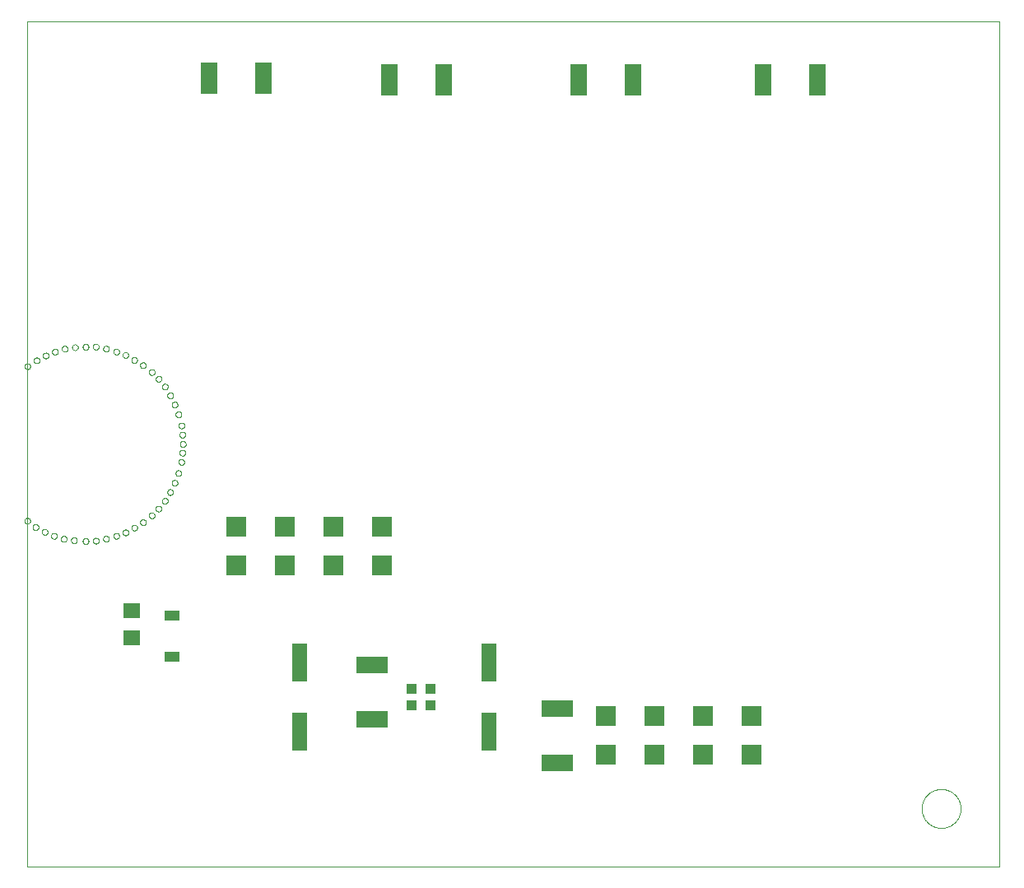
<source format=gtp>
G75*
%MOIN*%
%OFA0B0*%
%FSLAX25Y25*%
%IPPOS*%
%LPD*%
%AMOC8*
5,1,8,0,0,1.08239X$1,22.5*
%
%ADD10C,0.00000*%
%ADD11R,0.07874X0.07874*%
%ADD12R,0.06299X0.03937*%
%ADD13R,0.07087X0.12598*%
%ADD14R,0.07098X0.06299*%
%ADD15R,0.12598X0.07087*%
%ADD16R,0.06299X0.15748*%
%ADD17R,0.04331X0.03937*%
D10*
X0026140Y0001800D02*
X0026140Y0344320D01*
X0419841Y0344320D01*
X0419841Y0001800D01*
X0026140Y0001800D01*
X0043857Y0134083D02*
X0043859Y0134152D01*
X0043865Y0134220D01*
X0043875Y0134288D01*
X0043889Y0134355D01*
X0043907Y0134422D01*
X0043928Y0134487D01*
X0043954Y0134551D01*
X0043983Y0134613D01*
X0044015Y0134673D01*
X0044051Y0134732D01*
X0044091Y0134788D01*
X0044133Y0134842D01*
X0044179Y0134893D01*
X0044228Y0134942D01*
X0044279Y0134988D01*
X0044333Y0135030D01*
X0044389Y0135070D01*
X0044447Y0135106D01*
X0044508Y0135138D01*
X0044570Y0135167D01*
X0044634Y0135193D01*
X0044699Y0135214D01*
X0044766Y0135232D01*
X0044833Y0135246D01*
X0044901Y0135256D01*
X0044969Y0135262D01*
X0045038Y0135264D01*
X0045107Y0135262D01*
X0045175Y0135256D01*
X0045243Y0135246D01*
X0045310Y0135232D01*
X0045377Y0135214D01*
X0045442Y0135193D01*
X0045506Y0135167D01*
X0045568Y0135138D01*
X0045628Y0135106D01*
X0045687Y0135070D01*
X0045743Y0135030D01*
X0045797Y0134988D01*
X0045848Y0134942D01*
X0045897Y0134893D01*
X0045943Y0134842D01*
X0045985Y0134788D01*
X0046025Y0134732D01*
X0046061Y0134673D01*
X0046093Y0134613D01*
X0046122Y0134551D01*
X0046148Y0134487D01*
X0046169Y0134422D01*
X0046187Y0134355D01*
X0046201Y0134288D01*
X0046211Y0134220D01*
X0046217Y0134152D01*
X0046219Y0134083D01*
X0046217Y0134014D01*
X0046211Y0133946D01*
X0046201Y0133878D01*
X0046187Y0133811D01*
X0046169Y0133744D01*
X0046148Y0133679D01*
X0046122Y0133615D01*
X0046093Y0133553D01*
X0046061Y0133492D01*
X0046025Y0133434D01*
X0045985Y0133378D01*
X0045943Y0133324D01*
X0045897Y0133273D01*
X0045848Y0133224D01*
X0045797Y0133178D01*
X0045743Y0133136D01*
X0045687Y0133096D01*
X0045629Y0133060D01*
X0045568Y0133028D01*
X0045506Y0132999D01*
X0045442Y0132973D01*
X0045377Y0132952D01*
X0045310Y0132934D01*
X0045243Y0132920D01*
X0045175Y0132910D01*
X0045107Y0132904D01*
X0045038Y0132902D01*
X0044969Y0132904D01*
X0044901Y0132910D01*
X0044833Y0132920D01*
X0044766Y0132934D01*
X0044699Y0132952D01*
X0044634Y0132973D01*
X0044570Y0132999D01*
X0044508Y0133028D01*
X0044447Y0133060D01*
X0044389Y0133096D01*
X0044333Y0133136D01*
X0044279Y0133178D01*
X0044228Y0133224D01*
X0044179Y0133273D01*
X0044133Y0133324D01*
X0044091Y0133378D01*
X0044051Y0133434D01*
X0044015Y0133492D01*
X0043983Y0133553D01*
X0043954Y0133615D01*
X0043928Y0133679D01*
X0043907Y0133744D01*
X0043889Y0133811D01*
X0043875Y0133878D01*
X0043865Y0133946D01*
X0043859Y0134014D01*
X0043857Y0134083D01*
X0039723Y0134674D02*
X0039725Y0134743D01*
X0039731Y0134811D01*
X0039741Y0134879D01*
X0039755Y0134946D01*
X0039773Y0135013D01*
X0039794Y0135078D01*
X0039820Y0135142D01*
X0039849Y0135204D01*
X0039881Y0135264D01*
X0039917Y0135323D01*
X0039957Y0135379D01*
X0039999Y0135433D01*
X0040045Y0135484D01*
X0040094Y0135533D01*
X0040145Y0135579D01*
X0040199Y0135621D01*
X0040255Y0135661D01*
X0040313Y0135697D01*
X0040374Y0135729D01*
X0040436Y0135758D01*
X0040500Y0135784D01*
X0040565Y0135805D01*
X0040632Y0135823D01*
X0040699Y0135837D01*
X0040767Y0135847D01*
X0040835Y0135853D01*
X0040904Y0135855D01*
X0040973Y0135853D01*
X0041041Y0135847D01*
X0041109Y0135837D01*
X0041176Y0135823D01*
X0041243Y0135805D01*
X0041308Y0135784D01*
X0041372Y0135758D01*
X0041434Y0135729D01*
X0041494Y0135697D01*
X0041553Y0135661D01*
X0041609Y0135621D01*
X0041663Y0135579D01*
X0041714Y0135533D01*
X0041763Y0135484D01*
X0041809Y0135433D01*
X0041851Y0135379D01*
X0041891Y0135323D01*
X0041927Y0135264D01*
X0041959Y0135204D01*
X0041988Y0135142D01*
X0042014Y0135078D01*
X0042035Y0135013D01*
X0042053Y0134946D01*
X0042067Y0134879D01*
X0042077Y0134811D01*
X0042083Y0134743D01*
X0042085Y0134674D01*
X0042083Y0134605D01*
X0042077Y0134537D01*
X0042067Y0134469D01*
X0042053Y0134402D01*
X0042035Y0134335D01*
X0042014Y0134270D01*
X0041988Y0134206D01*
X0041959Y0134144D01*
X0041927Y0134083D01*
X0041891Y0134025D01*
X0041851Y0133969D01*
X0041809Y0133915D01*
X0041763Y0133864D01*
X0041714Y0133815D01*
X0041663Y0133769D01*
X0041609Y0133727D01*
X0041553Y0133687D01*
X0041495Y0133651D01*
X0041434Y0133619D01*
X0041372Y0133590D01*
X0041308Y0133564D01*
X0041243Y0133543D01*
X0041176Y0133525D01*
X0041109Y0133511D01*
X0041041Y0133501D01*
X0040973Y0133495D01*
X0040904Y0133493D01*
X0040835Y0133495D01*
X0040767Y0133501D01*
X0040699Y0133511D01*
X0040632Y0133525D01*
X0040565Y0133543D01*
X0040500Y0133564D01*
X0040436Y0133590D01*
X0040374Y0133619D01*
X0040313Y0133651D01*
X0040255Y0133687D01*
X0040199Y0133727D01*
X0040145Y0133769D01*
X0040094Y0133815D01*
X0040045Y0133864D01*
X0039999Y0133915D01*
X0039957Y0133969D01*
X0039917Y0134025D01*
X0039881Y0134083D01*
X0039849Y0134144D01*
X0039820Y0134206D01*
X0039794Y0134270D01*
X0039773Y0134335D01*
X0039755Y0134402D01*
X0039741Y0134469D01*
X0039731Y0134537D01*
X0039725Y0134605D01*
X0039723Y0134674D01*
X0035786Y0135855D02*
X0035788Y0135924D01*
X0035794Y0135992D01*
X0035804Y0136060D01*
X0035818Y0136127D01*
X0035836Y0136194D01*
X0035857Y0136259D01*
X0035883Y0136323D01*
X0035912Y0136385D01*
X0035944Y0136445D01*
X0035980Y0136504D01*
X0036020Y0136560D01*
X0036062Y0136614D01*
X0036108Y0136665D01*
X0036157Y0136714D01*
X0036208Y0136760D01*
X0036262Y0136802D01*
X0036318Y0136842D01*
X0036376Y0136878D01*
X0036437Y0136910D01*
X0036499Y0136939D01*
X0036563Y0136965D01*
X0036628Y0136986D01*
X0036695Y0137004D01*
X0036762Y0137018D01*
X0036830Y0137028D01*
X0036898Y0137034D01*
X0036967Y0137036D01*
X0037036Y0137034D01*
X0037104Y0137028D01*
X0037172Y0137018D01*
X0037239Y0137004D01*
X0037306Y0136986D01*
X0037371Y0136965D01*
X0037435Y0136939D01*
X0037497Y0136910D01*
X0037557Y0136878D01*
X0037616Y0136842D01*
X0037672Y0136802D01*
X0037726Y0136760D01*
X0037777Y0136714D01*
X0037826Y0136665D01*
X0037872Y0136614D01*
X0037914Y0136560D01*
X0037954Y0136504D01*
X0037990Y0136445D01*
X0038022Y0136385D01*
X0038051Y0136323D01*
X0038077Y0136259D01*
X0038098Y0136194D01*
X0038116Y0136127D01*
X0038130Y0136060D01*
X0038140Y0135992D01*
X0038146Y0135924D01*
X0038148Y0135855D01*
X0038146Y0135786D01*
X0038140Y0135718D01*
X0038130Y0135650D01*
X0038116Y0135583D01*
X0038098Y0135516D01*
X0038077Y0135451D01*
X0038051Y0135387D01*
X0038022Y0135325D01*
X0037990Y0135264D01*
X0037954Y0135206D01*
X0037914Y0135150D01*
X0037872Y0135096D01*
X0037826Y0135045D01*
X0037777Y0134996D01*
X0037726Y0134950D01*
X0037672Y0134908D01*
X0037616Y0134868D01*
X0037558Y0134832D01*
X0037497Y0134800D01*
X0037435Y0134771D01*
X0037371Y0134745D01*
X0037306Y0134724D01*
X0037239Y0134706D01*
X0037172Y0134692D01*
X0037104Y0134682D01*
X0037036Y0134676D01*
X0036967Y0134674D01*
X0036898Y0134676D01*
X0036830Y0134682D01*
X0036762Y0134692D01*
X0036695Y0134706D01*
X0036628Y0134724D01*
X0036563Y0134745D01*
X0036499Y0134771D01*
X0036437Y0134800D01*
X0036376Y0134832D01*
X0036318Y0134868D01*
X0036262Y0134908D01*
X0036208Y0134950D01*
X0036157Y0134996D01*
X0036108Y0135045D01*
X0036062Y0135096D01*
X0036020Y0135150D01*
X0035980Y0135206D01*
X0035944Y0135264D01*
X0035912Y0135325D01*
X0035883Y0135387D01*
X0035857Y0135451D01*
X0035836Y0135516D01*
X0035818Y0135583D01*
X0035804Y0135650D01*
X0035794Y0135718D01*
X0035788Y0135786D01*
X0035786Y0135855D01*
X0032046Y0137430D02*
X0032048Y0137499D01*
X0032054Y0137567D01*
X0032064Y0137635D01*
X0032078Y0137702D01*
X0032096Y0137769D01*
X0032117Y0137834D01*
X0032143Y0137898D01*
X0032172Y0137960D01*
X0032204Y0138020D01*
X0032240Y0138079D01*
X0032280Y0138135D01*
X0032322Y0138189D01*
X0032368Y0138240D01*
X0032417Y0138289D01*
X0032468Y0138335D01*
X0032522Y0138377D01*
X0032578Y0138417D01*
X0032636Y0138453D01*
X0032697Y0138485D01*
X0032759Y0138514D01*
X0032823Y0138540D01*
X0032888Y0138561D01*
X0032955Y0138579D01*
X0033022Y0138593D01*
X0033090Y0138603D01*
X0033158Y0138609D01*
X0033227Y0138611D01*
X0033296Y0138609D01*
X0033364Y0138603D01*
X0033432Y0138593D01*
X0033499Y0138579D01*
X0033566Y0138561D01*
X0033631Y0138540D01*
X0033695Y0138514D01*
X0033757Y0138485D01*
X0033817Y0138453D01*
X0033876Y0138417D01*
X0033932Y0138377D01*
X0033986Y0138335D01*
X0034037Y0138289D01*
X0034086Y0138240D01*
X0034132Y0138189D01*
X0034174Y0138135D01*
X0034214Y0138079D01*
X0034250Y0138020D01*
X0034282Y0137960D01*
X0034311Y0137898D01*
X0034337Y0137834D01*
X0034358Y0137769D01*
X0034376Y0137702D01*
X0034390Y0137635D01*
X0034400Y0137567D01*
X0034406Y0137499D01*
X0034408Y0137430D01*
X0034406Y0137361D01*
X0034400Y0137293D01*
X0034390Y0137225D01*
X0034376Y0137158D01*
X0034358Y0137091D01*
X0034337Y0137026D01*
X0034311Y0136962D01*
X0034282Y0136900D01*
X0034250Y0136839D01*
X0034214Y0136781D01*
X0034174Y0136725D01*
X0034132Y0136671D01*
X0034086Y0136620D01*
X0034037Y0136571D01*
X0033986Y0136525D01*
X0033932Y0136483D01*
X0033876Y0136443D01*
X0033818Y0136407D01*
X0033757Y0136375D01*
X0033695Y0136346D01*
X0033631Y0136320D01*
X0033566Y0136299D01*
X0033499Y0136281D01*
X0033432Y0136267D01*
X0033364Y0136257D01*
X0033296Y0136251D01*
X0033227Y0136249D01*
X0033158Y0136251D01*
X0033090Y0136257D01*
X0033022Y0136267D01*
X0032955Y0136281D01*
X0032888Y0136299D01*
X0032823Y0136320D01*
X0032759Y0136346D01*
X0032697Y0136375D01*
X0032636Y0136407D01*
X0032578Y0136443D01*
X0032522Y0136483D01*
X0032468Y0136525D01*
X0032417Y0136571D01*
X0032368Y0136620D01*
X0032322Y0136671D01*
X0032280Y0136725D01*
X0032240Y0136781D01*
X0032204Y0136839D01*
X0032172Y0136900D01*
X0032143Y0136962D01*
X0032117Y0137026D01*
X0032096Y0137091D01*
X0032078Y0137158D01*
X0032064Y0137225D01*
X0032054Y0137293D01*
X0032048Y0137361D01*
X0032046Y0137430D01*
X0028306Y0139398D02*
X0028308Y0139467D01*
X0028314Y0139535D01*
X0028324Y0139603D01*
X0028338Y0139670D01*
X0028356Y0139737D01*
X0028377Y0139802D01*
X0028403Y0139866D01*
X0028432Y0139928D01*
X0028464Y0139988D01*
X0028500Y0140047D01*
X0028540Y0140103D01*
X0028582Y0140157D01*
X0028628Y0140208D01*
X0028677Y0140257D01*
X0028728Y0140303D01*
X0028782Y0140345D01*
X0028838Y0140385D01*
X0028896Y0140421D01*
X0028957Y0140453D01*
X0029019Y0140482D01*
X0029083Y0140508D01*
X0029148Y0140529D01*
X0029215Y0140547D01*
X0029282Y0140561D01*
X0029350Y0140571D01*
X0029418Y0140577D01*
X0029487Y0140579D01*
X0029556Y0140577D01*
X0029624Y0140571D01*
X0029692Y0140561D01*
X0029759Y0140547D01*
X0029826Y0140529D01*
X0029891Y0140508D01*
X0029955Y0140482D01*
X0030017Y0140453D01*
X0030077Y0140421D01*
X0030136Y0140385D01*
X0030192Y0140345D01*
X0030246Y0140303D01*
X0030297Y0140257D01*
X0030346Y0140208D01*
X0030392Y0140157D01*
X0030434Y0140103D01*
X0030474Y0140047D01*
X0030510Y0139988D01*
X0030542Y0139928D01*
X0030571Y0139866D01*
X0030597Y0139802D01*
X0030618Y0139737D01*
X0030636Y0139670D01*
X0030650Y0139603D01*
X0030660Y0139535D01*
X0030666Y0139467D01*
X0030668Y0139398D01*
X0030666Y0139329D01*
X0030660Y0139261D01*
X0030650Y0139193D01*
X0030636Y0139126D01*
X0030618Y0139059D01*
X0030597Y0138994D01*
X0030571Y0138930D01*
X0030542Y0138868D01*
X0030510Y0138807D01*
X0030474Y0138749D01*
X0030434Y0138693D01*
X0030392Y0138639D01*
X0030346Y0138588D01*
X0030297Y0138539D01*
X0030246Y0138493D01*
X0030192Y0138451D01*
X0030136Y0138411D01*
X0030078Y0138375D01*
X0030017Y0138343D01*
X0029955Y0138314D01*
X0029891Y0138288D01*
X0029826Y0138267D01*
X0029759Y0138249D01*
X0029692Y0138235D01*
X0029624Y0138225D01*
X0029556Y0138219D01*
X0029487Y0138217D01*
X0029418Y0138219D01*
X0029350Y0138225D01*
X0029282Y0138235D01*
X0029215Y0138249D01*
X0029148Y0138267D01*
X0029083Y0138288D01*
X0029019Y0138314D01*
X0028957Y0138343D01*
X0028896Y0138375D01*
X0028838Y0138411D01*
X0028782Y0138451D01*
X0028728Y0138493D01*
X0028677Y0138539D01*
X0028628Y0138588D01*
X0028582Y0138639D01*
X0028540Y0138693D01*
X0028500Y0138749D01*
X0028464Y0138807D01*
X0028432Y0138868D01*
X0028403Y0138930D01*
X0028377Y0138994D01*
X0028356Y0139059D01*
X0028338Y0139126D01*
X0028324Y0139193D01*
X0028314Y0139261D01*
X0028308Y0139329D01*
X0028306Y0139398D01*
X0024959Y0141957D02*
X0024961Y0142026D01*
X0024967Y0142094D01*
X0024977Y0142162D01*
X0024991Y0142229D01*
X0025009Y0142296D01*
X0025030Y0142361D01*
X0025056Y0142425D01*
X0025085Y0142487D01*
X0025117Y0142547D01*
X0025153Y0142606D01*
X0025193Y0142662D01*
X0025235Y0142716D01*
X0025281Y0142767D01*
X0025330Y0142816D01*
X0025381Y0142862D01*
X0025435Y0142904D01*
X0025491Y0142944D01*
X0025549Y0142980D01*
X0025610Y0143012D01*
X0025672Y0143041D01*
X0025736Y0143067D01*
X0025801Y0143088D01*
X0025868Y0143106D01*
X0025935Y0143120D01*
X0026003Y0143130D01*
X0026071Y0143136D01*
X0026140Y0143138D01*
X0026209Y0143136D01*
X0026277Y0143130D01*
X0026345Y0143120D01*
X0026412Y0143106D01*
X0026479Y0143088D01*
X0026544Y0143067D01*
X0026608Y0143041D01*
X0026670Y0143012D01*
X0026730Y0142980D01*
X0026789Y0142944D01*
X0026845Y0142904D01*
X0026899Y0142862D01*
X0026950Y0142816D01*
X0026999Y0142767D01*
X0027045Y0142716D01*
X0027087Y0142662D01*
X0027127Y0142606D01*
X0027163Y0142547D01*
X0027195Y0142487D01*
X0027224Y0142425D01*
X0027250Y0142361D01*
X0027271Y0142296D01*
X0027289Y0142229D01*
X0027303Y0142162D01*
X0027313Y0142094D01*
X0027319Y0142026D01*
X0027321Y0141957D01*
X0027319Y0141888D01*
X0027313Y0141820D01*
X0027303Y0141752D01*
X0027289Y0141685D01*
X0027271Y0141618D01*
X0027250Y0141553D01*
X0027224Y0141489D01*
X0027195Y0141427D01*
X0027163Y0141366D01*
X0027127Y0141308D01*
X0027087Y0141252D01*
X0027045Y0141198D01*
X0026999Y0141147D01*
X0026950Y0141098D01*
X0026899Y0141052D01*
X0026845Y0141010D01*
X0026789Y0140970D01*
X0026731Y0140934D01*
X0026670Y0140902D01*
X0026608Y0140873D01*
X0026544Y0140847D01*
X0026479Y0140826D01*
X0026412Y0140808D01*
X0026345Y0140794D01*
X0026277Y0140784D01*
X0026209Y0140778D01*
X0026140Y0140776D01*
X0026071Y0140778D01*
X0026003Y0140784D01*
X0025935Y0140794D01*
X0025868Y0140808D01*
X0025801Y0140826D01*
X0025736Y0140847D01*
X0025672Y0140873D01*
X0025610Y0140902D01*
X0025549Y0140934D01*
X0025491Y0140970D01*
X0025435Y0141010D01*
X0025381Y0141052D01*
X0025330Y0141098D01*
X0025281Y0141147D01*
X0025235Y0141198D01*
X0025193Y0141252D01*
X0025153Y0141308D01*
X0025117Y0141366D01*
X0025085Y0141427D01*
X0025056Y0141489D01*
X0025030Y0141553D01*
X0025009Y0141618D01*
X0024991Y0141685D01*
X0024977Y0141752D01*
X0024967Y0141820D01*
X0024961Y0141888D01*
X0024959Y0141957D01*
X0048581Y0133690D02*
X0048583Y0133759D01*
X0048589Y0133827D01*
X0048599Y0133895D01*
X0048613Y0133962D01*
X0048631Y0134029D01*
X0048652Y0134094D01*
X0048678Y0134158D01*
X0048707Y0134220D01*
X0048739Y0134280D01*
X0048775Y0134339D01*
X0048815Y0134395D01*
X0048857Y0134449D01*
X0048903Y0134500D01*
X0048952Y0134549D01*
X0049003Y0134595D01*
X0049057Y0134637D01*
X0049113Y0134677D01*
X0049171Y0134713D01*
X0049232Y0134745D01*
X0049294Y0134774D01*
X0049358Y0134800D01*
X0049423Y0134821D01*
X0049490Y0134839D01*
X0049557Y0134853D01*
X0049625Y0134863D01*
X0049693Y0134869D01*
X0049762Y0134871D01*
X0049831Y0134869D01*
X0049899Y0134863D01*
X0049967Y0134853D01*
X0050034Y0134839D01*
X0050101Y0134821D01*
X0050166Y0134800D01*
X0050230Y0134774D01*
X0050292Y0134745D01*
X0050352Y0134713D01*
X0050411Y0134677D01*
X0050467Y0134637D01*
X0050521Y0134595D01*
X0050572Y0134549D01*
X0050621Y0134500D01*
X0050667Y0134449D01*
X0050709Y0134395D01*
X0050749Y0134339D01*
X0050785Y0134280D01*
X0050817Y0134220D01*
X0050846Y0134158D01*
X0050872Y0134094D01*
X0050893Y0134029D01*
X0050911Y0133962D01*
X0050925Y0133895D01*
X0050935Y0133827D01*
X0050941Y0133759D01*
X0050943Y0133690D01*
X0050941Y0133621D01*
X0050935Y0133553D01*
X0050925Y0133485D01*
X0050911Y0133418D01*
X0050893Y0133351D01*
X0050872Y0133286D01*
X0050846Y0133222D01*
X0050817Y0133160D01*
X0050785Y0133099D01*
X0050749Y0133041D01*
X0050709Y0132985D01*
X0050667Y0132931D01*
X0050621Y0132880D01*
X0050572Y0132831D01*
X0050521Y0132785D01*
X0050467Y0132743D01*
X0050411Y0132703D01*
X0050353Y0132667D01*
X0050292Y0132635D01*
X0050230Y0132606D01*
X0050166Y0132580D01*
X0050101Y0132559D01*
X0050034Y0132541D01*
X0049967Y0132527D01*
X0049899Y0132517D01*
X0049831Y0132511D01*
X0049762Y0132509D01*
X0049693Y0132511D01*
X0049625Y0132517D01*
X0049557Y0132527D01*
X0049490Y0132541D01*
X0049423Y0132559D01*
X0049358Y0132580D01*
X0049294Y0132606D01*
X0049232Y0132635D01*
X0049171Y0132667D01*
X0049113Y0132703D01*
X0049057Y0132743D01*
X0049003Y0132785D01*
X0048952Y0132831D01*
X0048903Y0132880D01*
X0048857Y0132931D01*
X0048815Y0132985D01*
X0048775Y0133041D01*
X0048739Y0133099D01*
X0048707Y0133160D01*
X0048678Y0133222D01*
X0048652Y0133286D01*
X0048631Y0133351D01*
X0048613Y0133418D01*
X0048599Y0133485D01*
X0048589Y0133553D01*
X0048583Y0133621D01*
X0048581Y0133690D01*
X0052715Y0133887D02*
X0052717Y0133956D01*
X0052723Y0134024D01*
X0052733Y0134092D01*
X0052747Y0134159D01*
X0052765Y0134226D01*
X0052786Y0134291D01*
X0052812Y0134355D01*
X0052841Y0134417D01*
X0052873Y0134477D01*
X0052909Y0134536D01*
X0052949Y0134592D01*
X0052991Y0134646D01*
X0053037Y0134697D01*
X0053086Y0134746D01*
X0053137Y0134792D01*
X0053191Y0134834D01*
X0053247Y0134874D01*
X0053305Y0134910D01*
X0053366Y0134942D01*
X0053428Y0134971D01*
X0053492Y0134997D01*
X0053557Y0135018D01*
X0053624Y0135036D01*
X0053691Y0135050D01*
X0053759Y0135060D01*
X0053827Y0135066D01*
X0053896Y0135068D01*
X0053965Y0135066D01*
X0054033Y0135060D01*
X0054101Y0135050D01*
X0054168Y0135036D01*
X0054235Y0135018D01*
X0054300Y0134997D01*
X0054364Y0134971D01*
X0054426Y0134942D01*
X0054486Y0134910D01*
X0054545Y0134874D01*
X0054601Y0134834D01*
X0054655Y0134792D01*
X0054706Y0134746D01*
X0054755Y0134697D01*
X0054801Y0134646D01*
X0054843Y0134592D01*
X0054883Y0134536D01*
X0054919Y0134477D01*
X0054951Y0134417D01*
X0054980Y0134355D01*
X0055006Y0134291D01*
X0055027Y0134226D01*
X0055045Y0134159D01*
X0055059Y0134092D01*
X0055069Y0134024D01*
X0055075Y0133956D01*
X0055077Y0133887D01*
X0055075Y0133818D01*
X0055069Y0133750D01*
X0055059Y0133682D01*
X0055045Y0133615D01*
X0055027Y0133548D01*
X0055006Y0133483D01*
X0054980Y0133419D01*
X0054951Y0133357D01*
X0054919Y0133296D01*
X0054883Y0133238D01*
X0054843Y0133182D01*
X0054801Y0133128D01*
X0054755Y0133077D01*
X0054706Y0133028D01*
X0054655Y0132982D01*
X0054601Y0132940D01*
X0054545Y0132900D01*
X0054487Y0132864D01*
X0054426Y0132832D01*
X0054364Y0132803D01*
X0054300Y0132777D01*
X0054235Y0132756D01*
X0054168Y0132738D01*
X0054101Y0132724D01*
X0054033Y0132714D01*
X0053965Y0132708D01*
X0053896Y0132706D01*
X0053827Y0132708D01*
X0053759Y0132714D01*
X0053691Y0132724D01*
X0053624Y0132738D01*
X0053557Y0132756D01*
X0053492Y0132777D01*
X0053428Y0132803D01*
X0053366Y0132832D01*
X0053305Y0132864D01*
X0053247Y0132900D01*
X0053191Y0132940D01*
X0053137Y0132982D01*
X0053086Y0133028D01*
X0053037Y0133077D01*
X0052991Y0133128D01*
X0052949Y0133182D01*
X0052909Y0133238D01*
X0052873Y0133296D01*
X0052841Y0133357D01*
X0052812Y0133419D01*
X0052786Y0133483D01*
X0052765Y0133548D01*
X0052747Y0133615D01*
X0052733Y0133682D01*
X0052723Y0133750D01*
X0052717Y0133818D01*
X0052715Y0133887D01*
X0056849Y0134674D02*
X0056851Y0134743D01*
X0056857Y0134811D01*
X0056867Y0134879D01*
X0056881Y0134946D01*
X0056899Y0135013D01*
X0056920Y0135078D01*
X0056946Y0135142D01*
X0056975Y0135204D01*
X0057007Y0135264D01*
X0057043Y0135323D01*
X0057083Y0135379D01*
X0057125Y0135433D01*
X0057171Y0135484D01*
X0057220Y0135533D01*
X0057271Y0135579D01*
X0057325Y0135621D01*
X0057381Y0135661D01*
X0057439Y0135697D01*
X0057500Y0135729D01*
X0057562Y0135758D01*
X0057626Y0135784D01*
X0057691Y0135805D01*
X0057758Y0135823D01*
X0057825Y0135837D01*
X0057893Y0135847D01*
X0057961Y0135853D01*
X0058030Y0135855D01*
X0058099Y0135853D01*
X0058167Y0135847D01*
X0058235Y0135837D01*
X0058302Y0135823D01*
X0058369Y0135805D01*
X0058434Y0135784D01*
X0058498Y0135758D01*
X0058560Y0135729D01*
X0058620Y0135697D01*
X0058679Y0135661D01*
X0058735Y0135621D01*
X0058789Y0135579D01*
X0058840Y0135533D01*
X0058889Y0135484D01*
X0058935Y0135433D01*
X0058977Y0135379D01*
X0059017Y0135323D01*
X0059053Y0135264D01*
X0059085Y0135204D01*
X0059114Y0135142D01*
X0059140Y0135078D01*
X0059161Y0135013D01*
X0059179Y0134946D01*
X0059193Y0134879D01*
X0059203Y0134811D01*
X0059209Y0134743D01*
X0059211Y0134674D01*
X0059209Y0134605D01*
X0059203Y0134537D01*
X0059193Y0134469D01*
X0059179Y0134402D01*
X0059161Y0134335D01*
X0059140Y0134270D01*
X0059114Y0134206D01*
X0059085Y0134144D01*
X0059053Y0134083D01*
X0059017Y0134025D01*
X0058977Y0133969D01*
X0058935Y0133915D01*
X0058889Y0133864D01*
X0058840Y0133815D01*
X0058789Y0133769D01*
X0058735Y0133727D01*
X0058679Y0133687D01*
X0058621Y0133651D01*
X0058560Y0133619D01*
X0058498Y0133590D01*
X0058434Y0133564D01*
X0058369Y0133543D01*
X0058302Y0133525D01*
X0058235Y0133511D01*
X0058167Y0133501D01*
X0058099Y0133495D01*
X0058030Y0133493D01*
X0057961Y0133495D01*
X0057893Y0133501D01*
X0057825Y0133511D01*
X0057758Y0133525D01*
X0057691Y0133543D01*
X0057626Y0133564D01*
X0057562Y0133590D01*
X0057500Y0133619D01*
X0057439Y0133651D01*
X0057381Y0133687D01*
X0057325Y0133727D01*
X0057271Y0133769D01*
X0057220Y0133815D01*
X0057171Y0133864D01*
X0057125Y0133915D01*
X0057083Y0133969D01*
X0057043Y0134025D01*
X0057007Y0134083D01*
X0056975Y0134144D01*
X0056946Y0134206D01*
X0056920Y0134270D01*
X0056899Y0134335D01*
X0056881Y0134402D01*
X0056867Y0134469D01*
X0056857Y0134537D01*
X0056851Y0134605D01*
X0056849Y0134674D01*
X0060983Y0135855D02*
X0060985Y0135924D01*
X0060991Y0135992D01*
X0061001Y0136060D01*
X0061015Y0136127D01*
X0061033Y0136194D01*
X0061054Y0136259D01*
X0061080Y0136323D01*
X0061109Y0136385D01*
X0061141Y0136445D01*
X0061177Y0136504D01*
X0061217Y0136560D01*
X0061259Y0136614D01*
X0061305Y0136665D01*
X0061354Y0136714D01*
X0061405Y0136760D01*
X0061459Y0136802D01*
X0061515Y0136842D01*
X0061573Y0136878D01*
X0061634Y0136910D01*
X0061696Y0136939D01*
X0061760Y0136965D01*
X0061825Y0136986D01*
X0061892Y0137004D01*
X0061959Y0137018D01*
X0062027Y0137028D01*
X0062095Y0137034D01*
X0062164Y0137036D01*
X0062233Y0137034D01*
X0062301Y0137028D01*
X0062369Y0137018D01*
X0062436Y0137004D01*
X0062503Y0136986D01*
X0062568Y0136965D01*
X0062632Y0136939D01*
X0062694Y0136910D01*
X0062754Y0136878D01*
X0062813Y0136842D01*
X0062869Y0136802D01*
X0062923Y0136760D01*
X0062974Y0136714D01*
X0063023Y0136665D01*
X0063069Y0136614D01*
X0063111Y0136560D01*
X0063151Y0136504D01*
X0063187Y0136445D01*
X0063219Y0136385D01*
X0063248Y0136323D01*
X0063274Y0136259D01*
X0063295Y0136194D01*
X0063313Y0136127D01*
X0063327Y0136060D01*
X0063337Y0135992D01*
X0063343Y0135924D01*
X0063345Y0135855D01*
X0063343Y0135786D01*
X0063337Y0135718D01*
X0063327Y0135650D01*
X0063313Y0135583D01*
X0063295Y0135516D01*
X0063274Y0135451D01*
X0063248Y0135387D01*
X0063219Y0135325D01*
X0063187Y0135264D01*
X0063151Y0135206D01*
X0063111Y0135150D01*
X0063069Y0135096D01*
X0063023Y0135045D01*
X0062974Y0134996D01*
X0062923Y0134950D01*
X0062869Y0134908D01*
X0062813Y0134868D01*
X0062755Y0134832D01*
X0062694Y0134800D01*
X0062632Y0134771D01*
X0062568Y0134745D01*
X0062503Y0134724D01*
X0062436Y0134706D01*
X0062369Y0134692D01*
X0062301Y0134682D01*
X0062233Y0134676D01*
X0062164Y0134674D01*
X0062095Y0134676D01*
X0062027Y0134682D01*
X0061959Y0134692D01*
X0061892Y0134706D01*
X0061825Y0134724D01*
X0061760Y0134745D01*
X0061696Y0134771D01*
X0061634Y0134800D01*
X0061573Y0134832D01*
X0061515Y0134868D01*
X0061459Y0134908D01*
X0061405Y0134950D01*
X0061354Y0134996D01*
X0061305Y0135045D01*
X0061259Y0135096D01*
X0061217Y0135150D01*
X0061177Y0135206D01*
X0061141Y0135264D01*
X0061109Y0135325D01*
X0061080Y0135387D01*
X0061054Y0135451D01*
X0061033Y0135516D01*
X0061015Y0135583D01*
X0061001Y0135650D01*
X0060991Y0135718D01*
X0060985Y0135786D01*
X0060983Y0135855D01*
X0064723Y0137233D02*
X0064725Y0137302D01*
X0064731Y0137370D01*
X0064741Y0137438D01*
X0064755Y0137505D01*
X0064773Y0137572D01*
X0064794Y0137637D01*
X0064820Y0137701D01*
X0064849Y0137763D01*
X0064881Y0137823D01*
X0064917Y0137882D01*
X0064957Y0137938D01*
X0064999Y0137992D01*
X0065045Y0138043D01*
X0065094Y0138092D01*
X0065145Y0138138D01*
X0065199Y0138180D01*
X0065255Y0138220D01*
X0065313Y0138256D01*
X0065374Y0138288D01*
X0065436Y0138317D01*
X0065500Y0138343D01*
X0065565Y0138364D01*
X0065632Y0138382D01*
X0065699Y0138396D01*
X0065767Y0138406D01*
X0065835Y0138412D01*
X0065904Y0138414D01*
X0065973Y0138412D01*
X0066041Y0138406D01*
X0066109Y0138396D01*
X0066176Y0138382D01*
X0066243Y0138364D01*
X0066308Y0138343D01*
X0066372Y0138317D01*
X0066434Y0138288D01*
X0066494Y0138256D01*
X0066553Y0138220D01*
X0066609Y0138180D01*
X0066663Y0138138D01*
X0066714Y0138092D01*
X0066763Y0138043D01*
X0066809Y0137992D01*
X0066851Y0137938D01*
X0066891Y0137882D01*
X0066927Y0137823D01*
X0066959Y0137763D01*
X0066988Y0137701D01*
X0067014Y0137637D01*
X0067035Y0137572D01*
X0067053Y0137505D01*
X0067067Y0137438D01*
X0067077Y0137370D01*
X0067083Y0137302D01*
X0067085Y0137233D01*
X0067083Y0137164D01*
X0067077Y0137096D01*
X0067067Y0137028D01*
X0067053Y0136961D01*
X0067035Y0136894D01*
X0067014Y0136829D01*
X0066988Y0136765D01*
X0066959Y0136703D01*
X0066927Y0136642D01*
X0066891Y0136584D01*
X0066851Y0136528D01*
X0066809Y0136474D01*
X0066763Y0136423D01*
X0066714Y0136374D01*
X0066663Y0136328D01*
X0066609Y0136286D01*
X0066553Y0136246D01*
X0066495Y0136210D01*
X0066434Y0136178D01*
X0066372Y0136149D01*
X0066308Y0136123D01*
X0066243Y0136102D01*
X0066176Y0136084D01*
X0066109Y0136070D01*
X0066041Y0136060D01*
X0065973Y0136054D01*
X0065904Y0136052D01*
X0065835Y0136054D01*
X0065767Y0136060D01*
X0065699Y0136070D01*
X0065632Y0136084D01*
X0065565Y0136102D01*
X0065500Y0136123D01*
X0065436Y0136149D01*
X0065374Y0136178D01*
X0065313Y0136210D01*
X0065255Y0136246D01*
X0065199Y0136286D01*
X0065145Y0136328D01*
X0065094Y0136374D01*
X0065045Y0136423D01*
X0064999Y0136474D01*
X0064957Y0136528D01*
X0064917Y0136584D01*
X0064881Y0136642D01*
X0064849Y0136703D01*
X0064820Y0136765D01*
X0064794Y0136829D01*
X0064773Y0136894D01*
X0064755Y0136961D01*
X0064741Y0137028D01*
X0064731Y0137096D01*
X0064725Y0137164D01*
X0064723Y0137233D01*
X0068266Y0139202D02*
X0068268Y0139271D01*
X0068274Y0139339D01*
X0068284Y0139407D01*
X0068298Y0139474D01*
X0068316Y0139541D01*
X0068337Y0139606D01*
X0068363Y0139670D01*
X0068392Y0139732D01*
X0068424Y0139792D01*
X0068460Y0139851D01*
X0068500Y0139907D01*
X0068542Y0139961D01*
X0068588Y0140012D01*
X0068637Y0140061D01*
X0068688Y0140107D01*
X0068742Y0140149D01*
X0068798Y0140189D01*
X0068856Y0140225D01*
X0068917Y0140257D01*
X0068979Y0140286D01*
X0069043Y0140312D01*
X0069108Y0140333D01*
X0069175Y0140351D01*
X0069242Y0140365D01*
X0069310Y0140375D01*
X0069378Y0140381D01*
X0069447Y0140383D01*
X0069516Y0140381D01*
X0069584Y0140375D01*
X0069652Y0140365D01*
X0069719Y0140351D01*
X0069786Y0140333D01*
X0069851Y0140312D01*
X0069915Y0140286D01*
X0069977Y0140257D01*
X0070037Y0140225D01*
X0070096Y0140189D01*
X0070152Y0140149D01*
X0070206Y0140107D01*
X0070257Y0140061D01*
X0070306Y0140012D01*
X0070352Y0139961D01*
X0070394Y0139907D01*
X0070434Y0139851D01*
X0070470Y0139792D01*
X0070502Y0139732D01*
X0070531Y0139670D01*
X0070557Y0139606D01*
X0070578Y0139541D01*
X0070596Y0139474D01*
X0070610Y0139407D01*
X0070620Y0139339D01*
X0070626Y0139271D01*
X0070628Y0139202D01*
X0070626Y0139133D01*
X0070620Y0139065D01*
X0070610Y0138997D01*
X0070596Y0138930D01*
X0070578Y0138863D01*
X0070557Y0138798D01*
X0070531Y0138734D01*
X0070502Y0138672D01*
X0070470Y0138611D01*
X0070434Y0138553D01*
X0070394Y0138497D01*
X0070352Y0138443D01*
X0070306Y0138392D01*
X0070257Y0138343D01*
X0070206Y0138297D01*
X0070152Y0138255D01*
X0070096Y0138215D01*
X0070038Y0138179D01*
X0069977Y0138147D01*
X0069915Y0138118D01*
X0069851Y0138092D01*
X0069786Y0138071D01*
X0069719Y0138053D01*
X0069652Y0138039D01*
X0069584Y0138029D01*
X0069516Y0138023D01*
X0069447Y0138021D01*
X0069378Y0138023D01*
X0069310Y0138029D01*
X0069242Y0138039D01*
X0069175Y0138053D01*
X0069108Y0138071D01*
X0069043Y0138092D01*
X0068979Y0138118D01*
X0068917Y0138147D01*
X0068856Y0138179D01*
X0068798Y0138215D01*
X0068742Y0138255D01*
X0068688Y0138297D01*
X0068637Y0138343D01*
X0068588Y0138392D01*
X0068542Y0138443D01*
X0068500Y0138497D01*
X0068460Y0138553D01*
X0068424Y0138611D01*
X0068392Y0138672D01*
X0068363Y0138734D01*
X0068337Y0138798D01*
X0068316Y0138863D01*
X0068298Y0138930D01*
X0068284Y0138997D01*
X0068274Y0139065D01*
X0068268Y0139133D01*
X0068266Y0139202D01*
X0071810Y0141367D02*
X0071812Y0141436D01*
X0071818Y0141504D01*
X0071828Y0141572D01*
X0071842Y0141639D01*
X0071860Y0141706D01*
X0071881Y0141771D01*
X0071907Y0141835D01*
X0071936Y0141897D01*
X0071968Y0141957D01*
X0072004Y0142016D01*
X0072044Y0142072D01*
X0072086Y0142126D01*
X0072132Y0142177D01*
X0072181Y0142226D01*
X0072232Y0142272D01*
X0072286Y0142314D01*
X0072342Y0142354D01*
X0072400Y0142390D01*
X0072461Y0142422D01*
X0072523Y0142451D01*
X0072587Y0142477D01*
X0072652Y0142498D01*
X0072719Y0142516D01*
X0072786Y0142530D01*
X0072854Y0142540D01*
X0072922Y0142546D01*
X0072991Y0142548D01*
X0073060Y0142546D01*
X0073128Y0142540D01*
X0073196Y0142530D01*
X0073263Y0142516D01*
X0073330Y0142498D01*
X0073395Y0142477D01*
X0073459Y0142451D01*
X0073521Y0142422D01*
X0073581Y0142390D01*
X0073640Y0142354D01*
X0073696Y0142314D01*
X0073750Y0142272D01*
X0073801Y0142226D01*
X0073850Y0142177D01*
X0073896Y0142126D01*
X0073938Y0142072D01*
X0073978Y0142016D01*
X0074014Y0141957D01*
X0074046Y0141897D01*
X0074075Y0141835D01*
X0074101Y0141771D01*
X0074122Y0141706D01*
X0074140Y0141639D01*
X0074154Y0141572D01*
X0074164Y0141504D01*
X0074170Y0141436D01*
X0074172Y0141367D01*
X0074170Y0141298D01*
X0074164Y0141230D01*
X0074154Y0141162D01*
X0074140Y0141095D01*
X0074122Y0141028D01*
X0074101Y0140963D01*
X0074075Y0140899D01*
X0074046Y0140837D01*
X0074014Y0140776D01*
X0073978Y0140718D01*
X0073938Y0140662D01*
X0073896Y0140608D01*
X0073850Y0140557D01*
X0073801Y0140508D01*
X0073750Y0140462D01*
X0073696Y0140420D01*
X0073640Y0140380D01*
X0073582Y0140344D01*
X0073521Y0140312D01*
X0073459Y0140283D01*
X0073395Y0140257D01*
X0073330Y0140236D01*
X0073263Y0140218D01*
X0073196Y0140204D01*
X0073128Y0140194D01*
X0073060Y0140188D01*
X0072991Y0140186D01*
X0072922Y0140188D01*
X0072854Y0140194D01*
X0072786Y0140204D01*
X0072719Y0140218D01*
X0072652Y0140236D01*
X0072587Y0140257D01*
X0072523Y0140283D01*
X0072461Y0140312D01*
X0072400Y0140344D01*
X0072342Y0140380D01*
X0072286Y0140420D01*
X0072232Y0140462D01*
X0072181Y0140508D01*
X0072132Y0140557D01*
X0072086Y0140608D01*
X0072044Y0140662D01*
X0072004Y0140718D01*
X0071968Y0140776D01*
X0071936Y0140837D01*
X0071907Y0140899D01*
X0071881Y0140963D01*
X0071860Y0141028D01*
X0071842Y0141095D01*
X0071828Y0141162D01*
X0071818Y0141230D01*
X0071812Y0141298D01*
X0071810Y0141367D01*
X0075353Y0144123D02*
X0075355Y0144192D01*
X0075361Y0144260D01*
X0075371Y0144328D01*
X0075385Y0144395D01*
X0075403Y0144462D01*
X0075424Y0144527D01*
X0075450Y0144591D01*
X0075479Y0144653D01*
X0075511Y0144713D01*
X0075547Y0144772D01*
X0075587Y0144828D01*
X0075629Y0144882D01*
X0075675Y0144933D01*
X0075724Y0144982D01*
X0075775Y0145028D01*
X0075829Y0145070D01*
X0075885Y0145110D01*
X0075943Y0145146D01*
X0076004Y0145178D01*
X0076066Y0145207D01*
X0076130Y0145233D01*
X0076195Y0145254D01*
X0076262Y0145272D01*
X0076329Y0145286D01*
X0076397Y0145296D01*
X0076465Y0145302D01*
X0076534Y0145304D01*
X0076603Y0145302D01*
X0076671Y0145296D01*
X0076739Y0145286D01*
X0076806Y0145272D01*
X0076873Y0145254D01*
X0076938Y0145233D01*
X0077002Y0145207D01*
X0077064Y0145178D01*
X0077124Y0145146D01*
X0077183Y0145110D01*
X0077239Y0145070D01*
X0077293Y0145028D01*
X0077344Y0144982D01*
X0077393Y0144933D01*
X0077439Y0144882D01*
X0077481Y0144828D01*
X0077521Y0144772D01*
X0077557Y0144713D01*
X0077589Y0144653D01*
X0077618Y0144591D01*
X0077644Y0144527D01*
X0077665Y0144462D01*
X0077683Y0144395D01*
X0077697Y0144328D01*
X0077707Y0144260D01*
X0077713Y0144192D01*
X0077715Y0144123D01*
X0077713Y0144054D01*
X0077707Y0143986D01*
X0077697Y0143918D01*
X0077683Y0143851D01*
X0077665Y0143784D01*
X0077644Y0143719D01*
X0077618Y0143655D01*
X0077589Y0143593D01*
X0077557Y0143532D01*
X0077521Y0143474D01*
X0077481Y0143418D01*
X0077439Y0143364D01*
X0077393Y0143313D01*
X0077344Y0143264D01*
X0077293Y0143218D01*
X0077239Y0143176D01*
X0077183Y0143136D01*
X0077125Y0143100D01*
X0077064Y0143068D01*
X0077002Y0143039D01*
X0076938Y0143013D01*
X0076873Y0142992D01*
X0076806Y0142974D01*
X0076739Y0142960D01*
X0076671Y0142950D01*
X0076603Y0142944D01*
X0076534Y0142942D01*
X0076465Y0142944D01*
X0076397Y0142950D01*
X0076329Y0142960D01*
X0076262Y0142974D01*
X0076195Y0142992D01*
X0076130Y0143013D01*
X0076066Y0143039D01*
X0076004Y0143068D01*
X0075943Y0143100D01*
X0075885Y0143136D01*
X0075829Y0143176D01*
X0075775Y0143218D01*
X0075724Y0143264D01*
X0075675Y0143313D01*
X0075629Y0143364D01*
X0075587Y0143418D01*
X0075547Y0143474D01*
X0075511Y0143532D01*
X0075479Y0143593D01*
X0075450Y0143655D01*
X0075424Y0143719D01*
X0075403Y0143784D01*
X0075385Y0143851D01*
X0075371Y0143918D01*
X0075361Y0143986D01*
X0075355Y0144054D01*
X0075353Y0144123D01*
X0078109Y0146879D02*
X0078111Y0146948D01*
X0078117Y0147016D01*
X0078127Y0147084D01*
X0078141Y0147151D01*
X0078159Y0147218D01*
X0078180Y0147283D01*
X0078206Y0147347D01*
X0078235Y0147409D01*
X0078267Y0147469D01*
X0078303Y0147528D01*
X0078343Y0147584D01*
X0078385Y0147638D01*
X0078431Y0147689D01*
X0078480Y0147738D01*
X0078531Y0147784D01*
X0078585Y0147826D01*
X0078641Y0147866D01*
X0078699Y0147902D01*
X0078760Y0147934D01*
X0078822Y0147963D01*
X0078886Y0147989D01*
X0078951Y0148010D01*
X0079018Y0148028D01*
X0079085Y0148042D01*
X0079153Y0148052D01*
X0079221Y0148058D01*
X0079290Y0148060D01*
X0079359Y0148058D01*
X0079427Y0148052D01*
X0079495Y0148042D01*
X0079562Y0148028D01*
X0079629Y0148010D01*
X0079694Y0147989D01*
X0079758Y0147963D01*
X0079820Y0147934D01*
X0079880Y0147902D01*
X0079939Y0147866D01*
X0079995Y0147826D01*
X0080049Y0147784D01*
X0080100Y0147738D01*
X0080149Y0147689D01*
X0080195Y0147638D01*
X0080237Y0147584D01*
X0080277Y0147528D01*
X0080313Y0147469D01*
X0080345Y0147409D01*
X0080374Y0147347D01*
X0080400Y0147283D01*
X0080421Y0147218D01*
X0080439Y0147151D01*
X0080453Y0147084D01*
X0080463Y0147016D01*
X0080469Y0146948D01*
X0080471Y0146879D01*
X0080469Y0146810D01*
X0080463Y0146742D01*
X0080453Y0146674D01*
X0080439Y0146607D01*
X0080421Y0146540D01*
X0080400Y0146475D01*
X0080374Y0146411D01*
X0080345Y0146349D01*
X0080313Y0146288D01*
X0080277Y0146230D01*
X0080237Y0146174D01*
X0080195Y0146120D01*
X0080149Y0146069D01*
X0080100Y0146020D01*
X0080049Y0145974D01*
X0079995Y0145932D01*
X0079939Y0145892D01*
X0079881Y0145856D01*
X0079820Y0145824D01*
X0079758Y0145795D01*
X0079694Y0145769D01*
X0079629Y0145748D01*
X0079562Y0145730D01*
X0079495Y0145716D01*
X0079427Y0145706D01*
X0079359Y0145700D01*
X0079290Y0145698D01*
X0079221Y0145700D01*
X0079153Y0145706D01*
X0079085Y0145716D01*
X0079018Y0145730D01*
X0078951Y0145748D01*
X0078886Y0145769D01*
X0078822Y0145795D01*
X0078760Y0145824D01*
X0078699Y0145856D01*
X0078641Y0145892D01*
X0078585Y0145932D01*
X0078531Y0145974D01*
X0078480Y0146020D01*
X0078431Y0146069D01*
X0078385Y0146120D01*
X0078343Y0146174D01*
X0078303Y0146230D01*
X0078267Y0146288D01*
X0078235Y0146349D01*
X0078206Y0146411D01*
X0078180Y0146475D01*
X0078159Y0146540D01*
X0078141Y0146607D01*
X0078127Y0146674D01*
X0078117Y0146742D01*
X0078111Y0146810D01*
X0078109Y0146879D01*
X0080668Y0150028D02*
X0080670Y0150097D01*
X0080676Y0150165D01*
X0080686Y0150233D01*
X0080700Y0150300D01*
X0080718Y0150367D01*
X0080739Y0150432D01*
X0080765Y0150496D01*
X0080794Y0150558D01*
X0080826Y0150618D01*
X0080862Y0150677D01*
X0080902Y0150733D01*
X0080944Y0150787D01*
X0080990Y0150838D01*
X0081039Y0150887D01*
X0081090Y0150933D01*
X0081144Y0150975D01*
X0081200Y0151015D01*
X0081258Y0151051D01*
X0081319Y0151083D01*
X0081381Y0151112D01*
X0081445Y0151138D01*
X0081510Y0151159D01*
X0081577Y0151177D01*
X0081644Y0151191D01*
X0081712Y0151201D01*
X0081780Y0151207D01*
X0081849Y0151209D01*
X0081918Y0151207D01*
X0081986Y0151201D01*
X0082054Y0151191D01*
X0082121Y0151177D01*
X0082188Y0151159D01*
X0082253Y0151138D01*
X0082317Y0151112D01*
X0082379Y0151083D01*
X0082439Y0151051D01*
X0082498Y0151015D01*
X0082554Y0150975D01*
X0082608Y0150933D01*
X0082659Y0150887D01*
X0082708Y0150838D01*
X0082754Y0150787D01*
X0082796Y0150733D01*
X0082836Y0150677D01*
X0082872Y0150618D01*
X0082904Y0150558D01*
X0082933Y0150496D01*
X0082959Y0150432D01*
X0082980Y0150367D01*
X0082998Y0150300D01*
X0083012Y0150233D01*
X0083022Y0150165D01*
X0083028Y0150097D01*
X0083030Y0150028D01*
X0083028Y0149959D01*
X0083022Y0149891D01*
X0083012Y0149823D01*
X0082998Y0149756D01*
X0082980Y0149689D01*
X0082959Y0149624D01*
X0082933Y0149560D01*
X0082904Y0149498D01*
X0082872Y0149437D01*
X0082836Y0149379D01*
X0082796Y0149323D01*
X0082754Y0149269D01*
X0082708Y0149218D01*
X0082659Y0149169D01*
X0082608Y0149123D01*
X0082554Y0149081D01*
X0082498Y0149041D01*
X0082440Y0149005D01*
X0082379Y0148973D01*
X0082317Y0148944D01*
X0082253Y0148918D01*
X0082188Y0148897D01*
X0082121Y0148879D01*
X0082054Y0148865D01*
X0081986Y0148855D01*
X0081918Y0148849D01*
X0081849Y0148847D01*
X0081780Y0148849D01*
X0081712Y0148855D01*
X0081644Y0148865D01*
X0081577Y0148879D01*
X0081510Y0148897D01*
X0081445Y0148918D01*
X0081381Y0148944D01*
X0081319Y0148973D01*
X0081258Y0149005D01*
X0081200Y0149041D01*
X0081144Y0149081D01*
X0081090Y0149123D01*
X0081039Y0149169D01*
X0080990Y0149218D01*
X0080944Y0149269D01*
X0080902Y0149323D01*
X0080862Y0149379D01*
X0080826Y0149437D01*
X0080794Y0149498D01*
X0080765Y0149560D01*
X0080739Y0149624D01*
X0080718Y0149689D01*
X0080700Y0149756D01*
X0080686Y0149823D01*
X0080676Y0149891D01*
X0080670Y0149959D01*
X0080668Y0150028D01*
X0082833Y0153572D02*
X0082835Y0153641D01*
X0082841Y0153709D01*
X0082851Y0153777D01*
X0082865Y0153844D01*
X0082883Y0153911D01*
X0082904Y0153976D01*
X0082930Y0154040D01*
X0082959Y0154102D01*
X0082991Y0154162D01*
X0083027Y0154221D01*
X0083067Y0154277D01*
X0083109Y0154331D01*
X0083155Y0154382D01*
X0083204Y0154431D01*
X0083255Y0154477D01*
X0083309Y0154519D01*
X0083365Y0154559D01*
X0083423Y0154595D01*
X0083484Y0154627D01*
X0083546Y0154656D01*
X0083610Y0154682D01*
X0083675Y0154703D01*
X0083742Y0154721D01*
X0083809Y0154735D01*
X0083877Y0154745D01*
X0083945Y0154751D01*
X0084014Y0154753D01*
X0084083Y0154751D01*
X0084151Y0154745D01*
X0084219Y0154735D01*
X0084286Y0154721D01*
X0084353Y0154703D01*
X0084418Y0154682D01*
X0084482Y0154656D01*
X0084544Y0154627D01*
X0084604Y0154595D01*
X0084663Y0154559D01*
X0084719Y0154519D01*
X0084773Y0154477D01*
X0084824Y0154431D01*
X0084873Y0154382D01*
X0084919Y0154331D01*
X0084961Y0154277D01*
X0085001Y0154221D01*
X0085037Y0154162D01*
X0085069Y0154102D01*
X0085098Y0154040D01*
X0085124Y0153976D01*
X0085145Y0153911D01*
X0085163Y0153844D01*
X0085177Y0153777D01*
X0085187Y0153709D01*
X0085193Y0153641D01*
X0085195Y0153572D01*
X0085193Y0153503D01*
X0085187Y0153435D01*
X0085177Y0153367D01*
X0085163Y0153300D01*
X0085145Y0153233D01*
X0085124Y0153168D01*
X0085098Y0153104D01*
X0085069Y0153042D01*
X0085037Y0152981D01*
X0085001Y0152923D01*
X0084961Y0152867D01*
X0084919Y0152813D01*
X0084873Y0152762D01*
X0084824Y0152713D01*
X0084773Y0152667D01*
X0084719Y0152625D01*
X0084663Y0152585D01*
X0084605Y0152549D01*
X0084544Y0152517D01*
X0084482Y0152488D01*
X0084418Y0152462D01*
X0084353Y0152441D01*
X0084286Y0152423D01*
X0084219Y0152409D01*
X0084151Y0152399D01*
X0084083Y0152393D01*
X0084014Y0152391D01*
X0083945Y0152393D01*
X0083877Y0152399D01*
X0083809Y0152409D01*
X0083742Y0152423D01*
X0083675Y0152441D01*
X0083610Y0152462D01*
X0083546Y0152488D01*
X0083484Y0152517D01*
X0083423Y0152549D01*
X0083365Y0152585D01*
X0083309Y0152625D01*
X0083255Y0152667D01*
X0083204Y0152713D01*
X0083155Y0152762D01*
X0083109Y0152813D01*
X0083067Y0152867D01*
X0083027Y0152923D01*
X0082991Y0152981D01*
X0082959Y0153042D01*
X0082930Y0153104D01*
X0082904Y0153168D01*
X0082883Y0153233D01*
X0082865Y0153300D01*
X0082851Y0153367D01*
X0082841Y0153435D01*
X0082835Y0153503D01*
X0082833Y0153572D01*
X0084605Y0157312D02*
X0084607Y0157381D01*
X0084613Y0157449D01*
X0084623Y0157517D01*
X0084637Y0157584D01*
X0084655Y0157651D01*
X0084676Y0157716D01*
X0084702Y0157780D01*
X0084731Y0157842D01*
X0084763Y0157902D01*
X0084799Y0157961D01*
X0084839Y0158017D01*
X0084881Y0158071D01*
X0084927Y0158122D01*
X0084976Y0158171D01*
X0085027Y0158217D01*
X0085081Y0158259D01*
X0085137Y0158299D01*
X0085195Y0158335D01*
X0085256Y0158367D01*
X0085318Y0158396D01*
X0085382Y0158422D01*
X0085447Y0158443D01*
X0085514Y0158461D01*
X0085581Y0158475D01*
X0085649Y0158485D01*
X0085717Y0158491D01*
X0085786Y0158493D01*
X0085855Y0158491D01*
X0085923Y0158485D01*
X0085991Y0158475D01*
X0086058Y0158461D01*
X0086125Y0158443D01*
X0086190Y0158422D01*
X0086254Y0158396D01*
X0086316Y0158367D01*
X0086376Y0158335D01*
X0086435Y0158299D01*
X0086491Y0158259D01*
X0086545Y0158217D01*
X0086596Y0158171D01*
X0086645Y0158122D01*
X0086691Y0158071D01*
X0086733Y0158017D01*
X0086773Y0157961D01*
X0086809Y0157902D01*
X0086841Y0157842D01*
X0086870Y0157780D01*
X0086896Y0157716D01*
X0086917Y0157651D01*
X0086935Y0157584D01*
X0086949Y0157517D01*
X0086959Y0157449D01*
X0086965Y0157381D01*
X0086967Y0157312D01*
X0086965Y0157243D01*
X0086959Y0157175D01*
X0086949Y0157107D01*
X0086935Y0157040D01*
X0086917Y0156973D01*
X0086896Y0156908D01*
X0086870Y0156844D01*
X0086841Y0156782D01*
X0086809Y0156721D01*
X0086773Y0156663D01*
X0086733Y0156607D01*
X0086691Y0156553D01*
X0086645Y0156502D01*
X0086596Y0156453D01*
X0086545Y0156407D01*
X0086491Y0156365D01*
X0086435Y0156325D01*
X0086377Y0156289D01*
X0086316Y0156257D01*
X0086254Y0156228D01*
X0086190Y0156202D01*
X0086125Y0156181D01*
X0086058Y0156163D01*
X0085991Y0156149D01*
X0085923Y0156139D01*
X0085855Y0156133D01*
X0085786Y0156131D01*
X0085717Y0156133D01*
X0085649Y0156139D01*
X0085581Y0156149D01*
X0085514Y0156163D01*
X0085447Y0156181D01*
X0085382Y0156202D01*
X0085318Y0156228D01*
X0085256Y0156257D01*
X0085195Y0156289D01*
X0085137Y0156325D01*
X0085081Y0156365D01*
X0085027Y0156407D01*
X0084976Y0156453D01*
X0084927Y0156502D01*
X0084881Y0156553D01*
X0084839Y0156607D01*
X0084799Y0156663D01*
X0084763Y0156721D01*
X0084731Y0156782D01*
X0084702Y0156844D01*
X0084676Y0156908D01*
X0084655Y0156973D01*
X0084637Y0157040D01*
X0084623Y0157107D01*
X0084613Y0157175D01*
X0084607Y0157243D01*
X0084605Y0157312D01*
X0086180Y0161249D02*
X0086182Y0161318D01*
X0086188Y0161386D01*
X0086198Y0161454D01*
X0086212Y0161521D01*
X0086230Y0161588D01*
X0086251Y0161653D01*
X0086277Y0161717D01*
X0086306Y0161779D01*
X0086338Y0161839D01*
X0086374Y0161898D01*
X0086414Y0161954D01*
X0086456Y0162008D01*
X0086502Y0162059D01*
X0086551Y0162108D01*
X0086602Y0162154D01*
X0086656Y0162196D01*
X0086712Y0162236D01*
X0086770Y0162272D01*
X0086831Y0162304D01*
X0086893Y0162333D01*
X0086957Y0162359D01*
X0087022Y0162380D01*
X0087089Y0162398D01*
X0087156Y0162412D01*
X0087224Y0162422D01*
X0087292Y0162428D01*
X0087361Y0162430D01*
X0087430Y0162428D01*
X0087498Y0162422D01*
X0087566Y0162412D01*
X0087633Y0162398D01*
X0087700Y0162380D01*
X0087765Y0162359D01*
X0087829Y0162333D01*
X0087891Y0162304D01*
X0087951Y0162272D01*
X0088010Y0162236D01*
X0088066Y0162196D01*
X0088120Y0162154D01*
X0088171Y0162108D01*
X0088220Y0162059D01*
X0088266Y0162008D01*
X0088308Y0161954D01*
X0088348Y0161898D01*
X0088384Y0161839D01*
X0088416Y0161779D01*
X0088445Y0161717D01*
X0088471Y0161653D01*
X0088492Y0161588D01*
X0088510Y0161521D01*
X0088524Y0161454D01*
X0088534Y0161386D01*
X0088540Y0161318D01*
X0088542Y0161249D01*
X0088540Y0161180D01*
X0088534Y0161112D01*
X0088524Y0161044D01*
X0088510Y0160977D01*
X0088492Y0160910D01*
X0088471Y0160845D01*
X0088445Y0160781D01*
X0088416Y0160719D01*
X0088384Y0160658D01*
X0088348Y0160600D01*
X0088308Y0160544D01*
X0088266Y0160490D01*
X0088220Y0160439D01*
X0088171Y0160390D01*
X0088120Y0160344D01*
X0088066Y0160302D01*
X0088010Y0160262D01*
X0087952Y0160226D01*
X0087891Y0160194D01*
X0087829Y0160165D01*
X0087765Y0160139D01*
X0087700Y0160118D01*
X0087633Y0160100D01*
X0087566Y0160086D01*
X0087498Y0160076D01*
X0087430Y0160070D01*
X0087361Y0160068D01*
X0087292Y0160070D01*
X0087224Y0160076D01*
X0087156Y0160086D01*
X0087089Y0160100D01*
X0087022Y0160118D01*
X0086957Y0160139D01*
X0086893Y0160165D01*
X0086831Y0160194D01*
X0086770Y0160226D01*
X0086712Y0160262D01*
X0086656Y0160302D01*
X0086602Y0160344D01*
X0086551Y0160390D01*
X0086502Y0160439D01*
X0086456Y0160490D01*
X0086414Y0160544D01*
X0086374Y0160600D01*
X0086338Y0160658D01*
X0086306Y0160719D01*
X0086277Y0160781D01*
X0086251Y0160845D01*
X0086230Y0160910D01*
X0086212Y0160977D01*
X0086198Y0161044D01*
X0086188Y0161112D01*
X0086182Y0161180D01*
X0086180Y0161249D01*
X0087361Y0165776D02*
X0087363Y0165845D01*
X0087369Y0165913D01*
X0087379Y0165981D01*
X0087393Y0166048D01*
X0087411Y0166115D01*
X0087432Y0166180D01*
X0087458Y0166244D01*
X0087487Y0166306D01*
X0087519Y0166366D01*
X0087555Y0166425D01*
X0087595Y0166481D01*
X0087637Y0166535D01*
X0087683Y0166586D01*
X0087732Y0166635D01*
X0087783Y0166681D01*
X0087837Y0166723D01*
X0087893Y0166763D01*
X0087951Y0166799D01*
X0088012Y0166831D01*
X0088074Y0166860D01*
X0088138Y0166886D01*
X0088203Y0166907D01*
X0088270Y0166925D01*
X0088337Y0166939D01*
X0088405Y0166949D01*
X0088473Y0166955D01*
X0088542Y0166957D01*
X0088611Y0166955D01*
X0088679Y0166949D01*
X0088747Y0166939D01*
X0088814Y0166925D01*
X0088881Y0166907D01*
X0088946Y0166886D01*
X0089010Y0166860D01*
X0089072Y0166831D01*
X0089132Y0166799D01*
X0089191Y0166763D01*
X0089247Y0166723D01*
X0089301Y0166681D01*
X0089352Y0166635D01*
X0089401Y0166586D01*
X0089447Y0166535D01*
X0089489Y0166481D01*
X0089529Y0166425D01*
X0089565Y0166366D01*
X0089597Y0166306D01*
X0089626Y0166244D01*
X0089652Y0166180D01*
X0089673Y0166115D01*
X0089691Y0166048D01*
X0089705Y0165981D01*
X0089715Y0165913D01*
X0089721Y0165845D01*
X0089723Y0165776D01*
X0089721Y0165707D01*
X0089715Y0165639D01*
X0089705Y0165571D01*
X0089691Y0165504D01*
X0089673Y0165437D01*
X0089652Y0165372D01*
X0089626Y0165308D01*
X0089597Y0165246D01*
X0089565Y0165185D01*
X0089529Y0165127D01*
X0089489Y0165071D01*
X0089447Y0165017D01*
X0089401Y0164966D01*
X0089352Y0164917D01*
X0089301Y0164871D01*
X0089247Y0164829D01*
X0089191Y0164789D01*
X0089133Y0164753D01*
X0089072Y0164721D01*
X0089010Y0164692D01*
X0088946Y0164666D01*
X0088881Y0164645D01*
X0088814Y0164627D01*
X0088747Y0164613D01*
X0088679Y0164603D01*
X0088611Y0164597D01*
X0088542Y0164595D01*
X0088473Y0164597D01*
X0088405Y0164603D01*
X0088337Y0164613D01*
X0088270Y0164627D01*
X0088203Y0164645D01*
X0088138Y0164666D01*
X0088074Y0164692D01*
X0088012Y0164721D01*
X0087951Y0164753D01*
X0087893Y0164789D01*
X0087837Y0164829D01*
X0087783Y0164871D01*
X0087732Y0164917D01*
X0087683Y0164966D01*
X0087637Y0165017D01*
X0087595Y0165071D01*
X0087555Y0165127D01*
X0087519Y0165185D01*
X0087487Y0165246D01*
X0087458Y0165308D01*
X0087432Y0165372D01*
X0087411Y0165437D01*
X0087393Y0165504D01*
X0087379Y0165571D01*
X0087369Y0165639D01*
X0087363Y0165707D01*
X0087361Y0165776D01*
X0087755Y0169517D02*
X0087757Y0169586D01*
X0087763Y0169654D01*
X0087773Y0169722D01*
X0087787Y0169789D01*
X0087805Y0169856D01*
X0087826Y0169921D01*
X0087852Y0169985D01*
X0087881Y0170047D01*
X0087913Y0170107D01*
X0087949Y0170166D01*
X0087989Y0170222D01*
X0088031Y0170276D01*
X0088077Y0170327D01*
X0088126Y0170376D01*
X0088177Y0170422D01*
X0088231Y0170464D01*
X0088287Y0170504D01*
X0088345Y0170540D01*
X0088406Y0170572D01*
X0088468Y0170601D01*
X0088532Y0170627D01*
X0088597Y0170648D01*
X0088664Y0170666D01*
X0088731Y0170680D01*
X0088799Y0170690D01*
X0088867Y0170696D01*
X0088936Y0170698D01*
X0089005Y0170696D01*
X0089073Y0170690D01*
X0089141Y0170680D01*
X0089208Y0170666D01*
X0089275Y0170648D01*
X0089340Y0170627D01*
X0089404Y0170601D01*
X0089466Y0170572D01*
X0089526Y0170540D01*
X0089585Y0170504D01*
X0089641Y0170464D01*
X0089695Y0170422D01*
X0089746Y0170376D01*
X0089795Y0170327D01*
X0089841Y0170276D01*
X0089883Y0170222D01*
X0089923Y0170166D01*
X0089959Y0170107D01*
X0089991Y0170047D01*
X0090020Y0169985D01*
X0090046Y0169921D01*
X0090067Y0169856D01*
X0090085Y0169789D01*
X0090099Y0169722D01*
X0090109Y0169654D01*
X0090115Y0169586D01*
X0090117Y0169517D01*
X0090115Y0169448D01*
X0090109Y0169380D01*
X0090099Y0169312D01*
X0090085Y0169245D01*
X0090067Y0169178D01*
X0090046Y0169113D01*
X0090020Y0169049D01*
X0089991Y0168987D01*
X0089959Y0168926D01*
X0089923Y0168868D01*
X0089883Y0168812D01*
X0089841Y0168758D01*
X0089795Y0168707D01*
X0089746Y0168658D01*
X0089695Y0168612D01*
X0089641Y0168570D01*
X0089585Y0168530D01*
X0089527Y0168494D01*
X0089466Y0168462D01*
X0089404Y0168433D01*
X0089340Y0168407D01*
X0089275Y0168386D01*
X0089208Y0168368D01*
X0089141Y0168354D01*
X0089073Y0168344D01*
X0089005Y0168338D01*
X0088936Y0168336D01*
X0088867Y0168338D01*
X0088799Y0168344D01*
X0088731Y0168354D01*
X0088664Y0168368D01*
X0088597Y0168386D01*
X0088532Y0168407D01*
X0088468Y0168433D01*
X0088406Y0168462D01*
X0088345Y0168494D01*
X0088287Y0168530D01*
X0088231Y0168570D01*
X0088177Y0168612D01*
X0088126Y0168658D01*
X0088077Y0168707D01*
X0088031Y0168758D01*
X0087989Y0168812D01*
X0087949Y0168868D01*
X0087913Y0168926D01*
X0087881Y0168987D01*
X0087852Y0169049D01*
X0087826Y0169113D01*
X0087805Y0169178D01*
X0087787Y0169245D01*
X0087773Y0169312D01*
X0087763Y0169380D01*
X0087757Y0169448D01*
X0087755Y0169517D01*
X0087951Y0173060D02*
X0087953Y0173129D01*
X0087959Y0173197D01*
X0087969Y0173265D01*
X0087983Y0173332D01*
X0088001Y0173399D01*
X0088022Y0173464D01*
X0088048Y0173528D01*
X0088077Y0173590D01*
X0088109Y0173650D01*
X0088145Y0173709D01*
X0088185Y0173765D01*
X0088227Y0173819D01*
X0088273Y0173870D01*
X0088322Y0173919D01*
X0088373Y0173965D01*
X0088427Y0174007D01*
X0088483Y0174047D01*
X0088541Y0174083D01*
X0088602Y0174115D01*
X0088664Y0174144D01*
X0088728Y0174170D01*
X0088793Y0174191D01*
X0088860Y0174209D01*
X0088927Y0174223D01*
X0088995Y0174233D01*
X0089063Y0174239D01*
X0089132Y0174241D01*
X0089201Y0174239D01*
X0089269Y0174233D01*
X0089337Y0174223D01*
X0089404Y0174209D01*
X0089471Y0174191D01*
X0089536Y0174170D01*
X0089600Y0174144D01*
X0089662Y0174115D01*
X0089722Y0174083D01*
X0089781Y0174047D01*
X0089837Y0174007D01*
X0089891Y0173965D01*
X0089942Y0173919D01*
X0089991Y0173870D01*
X0090037Y0173819D01*
X0090079Y0173765D01*
X0090119Y0173709D01*
X0090155Y0173650D01*
X0090187Y0173590D01*
X0090216Y0173528D01*
X0090242Y0173464D01*
X0090263Y0173399D01*
X0090281Y0173332D01*
X0090295Y0173265D01*
X0090305Y0173197D01*
X0090311Y0173129D01*
X0090313Y0173060D01*
X0090311Y0172991D01*
X0090305Y0172923D01*
X0090295Y0172855D01*
X0090281Y0172788D01*
X0090263Y0172721D01*
X0090242Y0172656D01*
X0090216Y0172592D01*
X0090187Y0172530D01*
X0090155Y0172469D01*
X0090119Y0172411D01*
X0090079Y0172355D01*
X0090037Y0172301D01*
X0089991Y0172250D01*
X0089942Y0172201D01*
X0089891Y0172155D01*
X0089837Y0172113D01*
X0089781Y0172073D01*
X0089723Y0172037D01*
X0089662Y0172005D01*
X0089600Y0171976D01*
X0089536Y0171950D01*
X0089471Y0171929D01*
X0089404Y0171911D01*
X0089337Y0171897D01*
X0089269Y0171887D01*
X0089201Y0171881D01*
X0089132Y0171879D01*
X0089063Y0171881D01*
X0088995Y0171887D01*
X0088927Y0171897D01*
X0088860Y0171911D01*
X0088793Y0171929D01*
X0088728Y0171950D01*
X0088664Y0171976D01*
X0088602Y0172005D01*
X0088541Y0172037D01*
X0088483Y0172073D01*
X0088427Y0172113D01*
X0088373Y0172155D01*
X0088322Y0172201D01*
X0088273Y0172250D01*
X0088227Y0172301D01*
X0088185Y0172355D01*
X0088145Y0172411D01*
X0088109Y0172469D01*
X0088077Y0172530D01*
X0088048Y0172592D01*
X0088022Y0172656D01*
X0088001Y0172721D01*
X0087983Y0172788D01*
X0087969Y0172855D01*
X0087959Y0172923D01*
X0087953Y0172991D01*
X0087951Y0173060D01*
X0087755Y0176800D02*
X0087757Y0176869D01*
X0087763Y0176937D01*
X0087773Y0177005D01*
X0087787Y0177072D01*
X0087805Y0177139D01*
X0087826Y0177204D01*
X0087852Y0177268D01*
X0087881Y0177330D01*
X0087913Y0177390D01*
X0087949Y0177449D01*
X0087989Y0177505D01*
X0088031Y0177559D01*
X0088077Y0177610D01*
X0088126Y0177659D01*
X0088177Y0177705D01*
X0088231Y0177747D01*
X0088287Y0177787D01*
X0088345Y0177823D01*
X0088406Y0177855D01*
X0088468Y0177884D01*
X0088532Y0177910D01*
X0088597Y0177931D01*
X0088664Y0177949D01*
X0088731Y0177963D01*
X0088799Y0177973D01*
X0088867Y0177979D01*
X0088936Y0177981D01*
X0089005Y0177979D01*
X0089073Y0177973D01*
X0089141Y0177963D01*
X0089208Y0177949D01*
X0089275Y0177931D01*
X0089340Y0177910D01*
X0089404Y0177884D01*
X0089466Y0177855D01*
X0089526Y0177823D01*
X0089585Y0177787D01*
X0089641Y0177747D01*
X0089695Y0177705D01*
X0089746Y0177659D01*
X0089795Y0177610D01*
X0089841Y0177559D01*
X0089883Y0177505D01*
X0089923Y0177449D01*
X0089959Y0177390D01*
X0089991Y0177330D01*
X0090020Y0177268D01*
X0090046Y0177204D01*
X0090067Y0177139D01*
X0090085Y0177072D01*
X0090099Y0177005D01*
X0090109Y0176937D01*
X0090115Y0176869D01*
X0090117Y0176800D01*
X0090115Y0176731D01*
X0090109Y0176663D01*
X0090099Y0176595D01*
X0090085Y0176528D01*
X0090067Y0176461D01*
X0090046Y0176396D01*
X0090020Y0176332D01*
X0089991Y0176270D01*
X0089959Y0176209D01*
X0089923Y0176151D01*
X0089883Y0176095D01*
X0089841Y0176041D01*
X0089795Y0175990D01*
X0089746Y0175941D01*
X0089695Y0175895D01*
X0089641Y0175853D01*
X0089585Y0175813D01*
X0089527Y0175777D01*
X0089466Y0175745D01*
X0089404Y0175716D01*
X0089340Y0175690D01*
X0089275Y0175669D01*
X0089208Y0175651D01*
X0089141Y0175637D01*
X0089073Y0175627D01*
X0089005Y0175621D01*
X0088936Y0175619D01*
X0088867Y0175621D01*
X0088799Y0175627D01*
X0088731Y0175637D01*
X0088664Y0175651D01*
X0088597Y0175669D01*
X0088532Y0175690D01*
X0088468Y0175716D01*
X0088406Y0175745D01*
X0088345Y0175777D01*
X0088287Y0175813D01*
X0088231Y0175853D01*
X0088177Y0175895D01*
X0088126Y0175941D01*
X0088077Y0175990D01*
X0088031Y0176041D01*
X0087989Y0176095D01*
X0087949Y0176151D01*
X0087913Y0176209D01*
X0087881Y0176270D01*
X0087852Y0176332D01*
X0087826Y0176396D01*
X0087805Y0176461D01*
X0087787Y0176528D01*
X0087773Y0176595D01*
X0087763Y0176663D01*
X0087757Y0176731D01*
X0087755Y0176800D01*
X0087361Y0180540D02*
X0087363Y0180609D01*
X0087369Y0180677D01*
X0087379Y0180745D01*
X0087393Y0180812D01*
X0087411Y0180879D01*
X0087432Y0180944D01*
X0087458Y0181008D01*
X0087487Y0181070D01*
X0087519Y0181130D01*
X0087555Y0181189D01*
X0087595Y0181245D01*
X0087637Y0181299D01*
X0087683Y0181350D01*
X0087732Y0181399D01*
X0087783Y0181445D01*
X0087837Y0181487D01*
X0087893Y0181527D01*
X0087951Y0181563D01*
X0088012Y0181595D01*
X0088074Y0181624D01*
X0088138Y0181650D01*
X0088203Y0181671D01*
X0088270Y0181689D01*
X0088337Y0181703D01*
X0088405Y0181713D01*
X0088473Y0181719D01*
X0088542Y0181721D01*
X0088611Y0181719D01*
X0088679Y0181713D01*
X0088747Y0181703D01*
X0088814Y0181689D01*
X0088881Y0181671D01*
X0088946Y0181650D01*
X0089010Y0181624D01*
X0089072Y0181595D01*
X0089132Y0181563D01*
X0089191Y0181527D01*
X0089247Y0181487D01*
X0089301Y0181445D01*
X0089352Y0181399D01*
X0089401Y0181350D01*
X0089447Y0181299D01*
X0089489Y0181245D01*
X0089529Y0181189D01*
X0089565Y0181130D01*
X0089597Y0181070D01*
X0089626Y0181008D01*
X0089652Y0180944D01*
X0089673Y0180879D01*
X0089691Y0180812D01*
X0089705Y0180745D01*
X0089715Y0180677D01*
X0089721Y0180609D01*
X0089723Y0180540D01*
X0089721Y0180471D01*
X0089715Y0180403D01*
X0089705Y0180335D01*
X0089691Y0180268D01*
X0089673Y0180201D01*
X0089652Y0180136D01*
X0089626Y0180072D01*
X0089597Y0180010D01*
X0089565Y0179949D01*
X0089529Y0179891D01*
X0089489Y0179835D01*
X0089447Y0179781D01*
X0089401Y0179730D01*
X0089352Y0179681D01*
X0089301Y0179635D01*
X0089247Y0179593D01*
X0089191Y0179553D01*
X0089133Y0179517D01*
X0089072Y0179485D01*
X0089010Y0179456D01*
X0088946Y0179430D01*
X0088881Y0179409D01*
X0088814Y0179391D01*
X0088747Y0179377D01*
X0088679Y0179367D01*
X0088611Y0179361D01*
X0088542Y0179359D01*
X0088473Y0179361D01*
X0088405Y0179367D01*
X0088337Y0179377D01*
X0088270Y0179391D01*
X0088203Y0179409D01*
X0088138Y0179430D01*
X0088074Y0179456D01*
X0088012Y0179485D01*
X0087951Y0179517D01*
X0087893Y0179553D01*
X0087837Y0179593D01*
X0087783Y0179635D01*
X0087732Y0179681D01*
X0087683Y0179730D01*
X0087637Y0179781D01*
X0087595Y0179835D01*
X0087555Y0179891D01*
X0087519Y0179949D01*
X0087487Y0180010D01*
X0087458Y0180072D01*
X0087432Y0180136D01*
X0087411Y0180201D01*
X0087393Y0180268D01*
X0087379Y0180335D01*
X0087369Y0180403D01*
X0087363Y0180471D01*
X0087361Y0180540D01*
X0086180Y0185068D02*
X0086182Y0185137D01*
X0086188Y0185205D01*
X0086198Y0185273D01*
X0086212Y0185340D01*
X0086230Y0185407D01*
X0086251Y0185472D01*
X0086277Y0185536D01*
X0086306Y0185598D01*
X0086338Y0185658D01*
X0086374Y0185717D01*
X0086414Y0185773D01*
X0086456Y0185827D01*
X0086502Y0185878D01*
X0086551Y0185927D01*
X0086602Y0185973D01*
X0086656Y0186015D01*
X0086712Y0186055D01*
X0086770Y0186091D01*
X0086831Y0186123D01*
X0086893Y0186152D01*
X0086957Y0186178D01*
X0087022Y0186199D01*
X0087089Y0186217D01*
X0087156Y0186231D01*
X0087224Y0186241D01*
X0087292Y0186247D01*
X0087361Y0186249D01*
X0087430Y0186247D01*
X0087498Y0186241D01*
X0087566Y0186231D01*
X0087633Y0186217D01*
X0087700Y0186199D01*
X0087765Y0186178D01*
X0087829Y0186152D01*
X0087891Y0186123D01*
X0087951Y0186091D01*
X0088010Y0186055D01*
X0088066Y0186015D01*
X0088120Y0185973D01*
X0088171Y0185927D01*
X0088220Y0185878D01*
X0088266Y0185827D01*
X0088308Y0185773D01*
X0088348Y0185717D01*
X0088384Y0185658D01*
X0088416Y0185598D01*
X0088445Y0185536D01*
X0088471Y0185472D01*
X0088492Y0185407D01*
X0088510Y0185340D01*
X0088524Y0185273D01*
X0088534Y0185205D01*
X0088540Y0185137D01*
X0088542Y0185068D01*
X0088540Y0184999D01*
X0088534Y0184931D01*
X0088524Y0184863D01*
X0088510Y0184796D01*
X0088492Y0184729D01*
X0088471Y0184664D01*
X0088445Y0184600D01*
X0088416Y0184538D01*
X0088384Y0184477D01*
X0088348Y0184419D01*
X0088308Y0184363D01*
X0088266Y0184309D01*
X0088220Y0184258D01*
X0088171Y0184209D01*
X0088120Y0184163D01*
X0088066Y0184121D01*
X0088010Y0184081D01*
X0087952Y0184045D01*
X0087891Y0184013D01*
X0087829Y0183984D01*
X0087765Y0183958D01*
X0087700Y0183937D01*
X0087633Y0183919D01*
X0087566Y0183905D01*
X0087498Y0183895D01*
X0087430Y0183889D01*
X0087361Y0183887D01*
X0087292Y0183889D01*
X0087224Y0183895D01*
X0087156Y0183905D01*
X0087089Y0183919D01*
X0087022Y0183937D01*
X0086957Y0183958D01*
X0086893Y0183984D01*
X0086831Y0184013D01*
X0086770Y0184045D01*
X0086712Y0184081D01*
X0086656Y0184121D01*
X0086602Y0184163D01*
X0086551Y0184209D01*
X0086502Y0184258D01*
X0086456Y0184309D01*
X0086414Y0184363D01*
X0086374Y0184419D01*
X0086338Y0184477D01*
X0086306Y0184538D01*
X0086277Y0184600D01*
X0086251Y0184664D01*
X0086230Y0184729D01*
X0086212Y0184796D01*
X0086198Y0184863D01*
X0086188Y0184931D01*
X0086182Y0184999D01*
X0086180Y0185068D01*
X0084605Y0189005D02*
X0084607Y0189074D01*
X0084613Y0189142D01*
X0084623Y0189210D01*
X0084637Y0189277D01*
X0084655Y0189344D01*
X0084676Y0189409D01*
X0084702Y0189473D01*
X0084731Y0189535D01*
X0084763Y0189595D01*
X0084799Y0189654D01*
X0084839Y0189710D01*
X0084881Y0189764D01*
X0084927Y0189815D01*
X0084976Y0189864D01*
X0085027Y0189910D01*
X0085081Y0189952D01*
X0085137Y0189992D01*
X0085195Y0190028D01*
X0085256Y0190060D01*
X0085318Y0190089D01*
X0085382Y0190115D01*
X0085447Y0190136D01*
X0085514Y0190154D01*
X0085581Y0190168D01*
X0085649Y0190178D01*
X0085717Y0190184D01*
X0085786Y0190186D01*
X0085855Y0190184D01*
X0085923Y0190178D01*
X0085991Y0190168D01*
X0086058Y0190154D01*
X0086125Y0190136D01*
X0086190Y0190115D01*
X0086254Y0190089D01*
X0086316Y0190060D01*
X0086376Y0190028D01*
X0086435Y0189992D01*
X0086491Y0189952D01*
X0086545Y0189910D01*
X0086596Y0189864D01*
X0086645Y0189815D01*
X0086691Y0189764D01*
X0086733Y0189710D01*
X0086773Y0189654D01*
X0086809Y0189595D01*
X0086841Y0189535D01*
X0086870Y0189473D01*
X0086896Y0189409D01*
X0086917Y0189344D01*
X0086935Y0189277D01*
X0086949Y0189210D01*
X0086959Y0189142D01*
X0086965Y0189074D01*
X0086967Y0189005D01*
X0086965Y0188936D01*
X0086959Y0188868D01*
X0086949Y0188800D01*
X0086935Y0188733D01*
X0086917Y0188666D01*
X0086896Y0188601D01*
X0086870Y0188537D01*
X0086841Y0188475D01*
X0086809Y0188414D01*
X0086773Y0188356D01*
X0086733Y0188300D01*
X0086691Y0188246D01*
X0086645Y0188195D01*
X0086596Y0188146D01*
X0086545Y0188100D01*
X0086491Y0188058D01*
X0086435Y0188018D01*
X0086377Y0187982D01*
X0086316Y0187950D01*
X0086254Y0187921D01*
X0086190Y0187895D01*
X0086125Y0187874D01*
X0086058Y0187856D01*
X0085991Y0187842D01*
X0085923Y0187832D01*
X0085855Y0187826D01*
X0085786Y0187824D01*
X0085717Y0187826D01*
X0085649Y0187832D01*
X0085581Y0187842D01*
X0085514Y0187856D01*
X0085447Y0187874D01*
X0085382Y0187895D01*
X0085318Y0187921D01*
X0085256Y0187950D01*
X0085195Y0187982D01*
X0085137Y0188018D01*
X0085081Y0188058D01*
X0085027Y0188100D01*
X0084976Y0188146D01*
X0084927Y0188195D01*
X0084881Y0188246D01*
X0084839Y0188300D01*
X0084799Y0188356D01*
X0084763Y0188414D01*
X0084731Y0188475D01*
X0084702Y0188537D01*
X0084676Y0188601D01*
X0084655Y0188666D01*
X0084637Y0188733D01*
X0084623Y0188800D01*
X0084613Y0188868D01*
X0084607Y0188936D01*
X0084605Y0189005D01*
X0082833Y0192745D02*
X0082835Y0192814D01*
X0082841Y0192882D01*
X0082851Y0192950D01*
X0082865Y0193017D01*
X0082883Y0193084D01*
X0082904Y0193149D01*
X0082930Y0193213D01*
X0082959Y0193275D01*
X0082991Y0193335D01*
X0083027Y0193394D01*
X0083067Y0193450D01*
X0083109Y0193504D01*
X0083155Y0193555D01*
X0083204Y0193604D01*
X0083255Y0193650D01*
X0083309Y0193692D01*
X0083365Y0193732D01*
X0083423Y0193768D01*
X0083484Y0193800D01*
X0083546Y0193829D01*
X0083610Y0193855D01*
X0083675Y0193876D01*
X0083742Y0193894D01*
X0083809Y0193908D01*
X0083877Y0193918D01*
X0083945Y0193924D01*
X0084014Y0193926D01*
X0084083Y0193924D01*
X0084151Y0193918D01*
X0084219Y0193908D01*
X0084286Y0193894D01*
X0084353Y0193876D01*
X0084418Y0193855D01*
X0084482Y0193829D01*
X0084544Y0193800D01*
X0084604Y0193768D01*
X0084663Y0193732D01*
X0084719Y0193692D01*
X0084773Y0193650D01*
X0084824Y0193604D01*
X0084873Y0193555D01*
X0084919Y0193504D01*
X0084961Y0193450D01*
X0085001Y0193394D01*
X0085037Y0193335D01*
X0085069Y0193275D01*
X0085098Y0193213D01*
X0085124Y0193149D01*
X0085145Y0193084D01*
X0085163Y0193017D01*
X0085177Y0192950D01*
X0085187Y0192882D01*
X0085193Y0192814D01*
X0085195Y0192745D01*
X0085193Y0192676D01*
X0085187Y0192608D01*
X0085177Y0192540D01*
X0085163Y0192473D01*
X0085145Y0192406D01*
X0085124Y0192341D01*
X0085098Y0192277D01*
X0085069Y0192215D01*
X0085037Y0192154D01*
X0085001Y0192096D01*
X0084961Y0192040D01*
X0084919Y0191986D01*
X0084873Y0191935D01*
X0084824Y0191886D01*
X0084773Y0191840D01*
X0084719Y0191798D01*
X0084663Y0191758D01*
X0084605Y0191722D01*
X0084544Y0191690D01*
X0084482Y0191661D01*
X0084418Y0191635D01*
X0084353Y0191614D01*
X0084286Y0191596D01*
X0084219Y0191582D01*
X0084151Y0191572D01*
X0084083Y0191566D01*
X0084014Y0191564D01*
X0083945Y0191566D01*
X0083877Y0191572D01*
X0083809Y0191582D01*
X0083742Y0191596D01*
X0083675Y0191614D01*
X0083610Y0191635D01*
X0083546Y0191661D01*
X0083484Y0191690D01*
X0083423Y0191722D01*
X0083365Y0191758D01*
X0083309Y0191798D01*
X0083255Y0191840D01*
X0083204Y0191886D01*
X0083155Y0191935D01*
X0083109Y0191986D01*
X0083067Y0192040D01*
X0083027Y0192096D01*
X0082991Y0192154D01*
X0082959Y0192215D01*
X0082930Y0192277D01*
X0082904Y0192341D01*
X0082883Y0192406D01*
X0082865Y0192473D01*
X0082851Y0192540D01*
X0082841Y0192608D01*
X0082835Y0192676D01*
X0082833Y0192745D01*
X0080668Y0196288D02*
X0080670Y0196357D01*
X0080676Y0196425D01*
X0080686Y0196493D01*
X0080700Y0196560D01*
X0080718Y0196627D01*
X0080739Y0196692D01*
X0080765Y0196756D01*
X0080794Y0196818D01*
X0080826Y0196878D01*
X0080862Y0196937D01*
X0080902Y0196993D01*
X0080944Y0197047D01*
X0080990Y0197098D01*
X0081039Y0197147D01*
X0081090Y0197193D01*
X0081144Y0197235D01*
X0081200Y0197275D01*
X0081258Y0197311D01*
X0081319Y0197343D01*
X0081381Y0197372D01*
X0081445Y0197398D01*
X0081510Y0197419D01*
X0081577Y0197437D01*
X0081644Y0197451D01*
X0081712Y0197461D01*
X0081780Y0197467D01*
X0081849Y0197469D01*
X0081918Y0197467D01*
X0081986Y0197461D01*
X0082054Y0197451D01*
X0082121Y0197437D01*
X0082188Y0197419D01*
X0082253Y0197398D01*
X0082317Y0197372D01*
X0082379Y0197343D01*
X0082439Y0197311D01*
X0082498Y0197275D01*
X0082554Y0197235D01*
X0082608Y0197193D01*
X0082659Y0197147D01*
X0082708Y0197098D01*
X0082754Y0197047D01*
X0082796Y0196993D01*
X0082836Y0196937D01*
X0082872Y0196878D01*
X0082904Y0196818D01*
X0082933Y0196756D01*
X0082959Y0196692D01*
X0082980Y0196627D01*
X0082998Y0196560D01*
X0083012Y0196493D01*
X0083022Y0196425D01*
X0083028Y0196357D01*
X0083030Y0196288D01*
X0083028Y0196219D01*
X0083022Y0196151D01*
X0083012Y0196083D01*
X0082998Y0196016D01*
X0082980Y0195949D01*
X0082959Y0195884D01*
X0082933Y0195820D01*
X0082904Y0195758D01*
X0082872Y0195697D01*
X0082836Y0195639D01*
X0082796Y0195583D01*
X0082754Y0195529D01*
X0082708Y0195478D01*
X0082659Y0195429D01*
X0082608Y0195383D01*
X0082554Y0195341D01*
X0082498Y0195301D01*
X0082440Y0195265D01*
X0082379Y0195233D01*
X0082317Y0195204D01*
X0082253Y0195178D01*
X0082188Y0195157D01*
X0082121Y0195139D01*
X0082054Y0195125D01*
X0081986Y0195115D01*
X0081918Y0195109D01*
X0081849Y0195107D01*
X0081780Y0195109D01*
X0081712Y0195115D01*
X0081644Y0195125D01*
X0081577Y0195139D01*
X0081510Y0195157D01*
X0081445Y0195178D01*
X0081381Y0195204D01*
X0081319Y0195233D01*
X0081258Y0195265D01*
X0081200Y0195301D01*
X0081144Y0195341D01*
X0081090Y0195383D01*
X0081039Y0195429D01*
X0080990Y0195478D01*
X0080944Y0195529D01*
X0080902Y0195583D01*
X0080862Y0195639D01*
X0080826Y0195697D01*
X0080794Y0195758D01*
X0080765Y0195820D01*
X0080739Y0195884D01*
X0080718Y0195949D01*
X0080700Y0196016D01*
X0080686Y0196083D01*
X0080676Y0196151D01*
X0080670Y0196219D01*
X0080668Y0196288D01*
X0078109Y0199438D02*
X0078111Y0199507D01*
X0078117Y0199575D01*
X0078127Y0199643D01*
X0078141Y0199710D01*
X0078159Y0199777D01*
X0078180Y0199842D01*
X0078206Y0199906D01*
X0078235Y0199968D01*
X0078267Y0200028D01*
X0078303Y0200087D01*
X0078343Y0200143D01*
X0078385Y0200197D01*
X0078431Y0200248D01*
X0078480Y0200297D01*
X0078531Y0200343D01*
X0078585Y0200385D01*
X0078641Y0200425D01*
X0078699Y0200461D01*
X0078760Y0200493D01*
X0078822Y0200522D01*
X0078886Y0200548D01*
X0078951Y0200569D01*
X0079018Y0200587D01*
X0079085Y0200601D01*
X0079153Y0200611D01*
X0079221Y0200617D01*
X0079290Y0200619D01*
X0079359Y0200617D01*
X0079427Y0200611D01*
X0079495Y0200601D01*
X0079562Y0200587D01*
X0079629Y0200569D01*
X0079694Y0200548D01*
X0079758Y0200522D01*
X0079820Y0200493D01*
X0079880Y0200461D01*
X0079939Y0200425D01*
X0079995Y0200385D01*
X0080049Y0200343D01*
X0080100Y0200297D01*
X0080149Y0200248D01*
X0080195Y0200197D01*
X0080237Y0200143D01*
X0080277Y0200087D01*
X0080313Y0200028D01*
X0080345Y0199968D01*
X0080374Y0199906D01*
X0080400Y0199842D01*
X0080421Y0199777D01*
X0080439Y0199710D01*
X0080453Y0199643D01*
X0080463Y0199575D01*
X0080469Y0199507D01*
X0080471Y0199438D01*
X0080469Y0199369D01*
X0080463Y0199301D01*
X0080453Y0199233D01*
X0080439Y0199166D01*
X0080421Y0199099D01*
X0080400Y0199034D01*
X0080374Y0198970D01*
X0080345Y0198908D01*
X0080313Y0198847D01*
X0080277Y0198789D01*
X0080237Y0198733D01*
X0080195Y0198679D01*
X0080149Y0198628D01*
X0080100Y0198579D01*
X0080049Y0198533D01*
X0079995Y0198491D01*
X0079939Y0198451D01*
X0079881Y0198415D01*
X0079820Y0198383D01*
X0079758Y0198354D01*
X0079694Y0198328D01*
X0079629Y0198307D01*
X0079562Y0198289D01*
X0079495Y0198275D01*
X0079427Y0198265D01*
X0079359Y0198259D01*
X0079290Y0198257D01*
X0079221Y0198259D01*
X0079153Y0198265D01*
X0079085Y0198275D01*
X0079018Y0198289D01*
X0078951Y0198307D01*
X0078886Y0198328D01*
X0078822Y0198354D01*
X0078760Y0198383D01*
X0078699Y0198415D01*
X0078641Y0198451D01*
X0078585Y0198491D01*
X0078531Y0198533D01*
X0078480Y0198579D01*
X0078431Y0198628D01*
X0078385Y0198679D01*
X0078343Y0198733D01*
X0078303Y0198789D01*
X0078267Y0198847D01*
X0078235Y0198908D01*
X0078206Y0198970D01*
X0078180Y0199034D01*
X0078159Y0199099D01*
X0078141Y0199166D01*
X0078127Y0199233D01*
X0078117Y0199301D01*
X0078111Y0199369D01*
X0078109Y0199438D01*
X0075353Y0202194D02*
X0075355Y0202263D01*
X0075361Y0202331D01*
X0075371Y0202399D01*
X0075385Y0202466D01*
X0075403Y0202533D01*
X0075424Y0202598D01*
X0075450Y0202662D01*
X0075479Y0202724D01*
X0075511Y0202784D01*
X0075547Y0202843D01*
X0075587Y0202899D01*
X0075629Y0202953D01*
X0075675Y0203004D01*
X0075724Y0203053D01*
X0075775Y0203099D01*
X0075829Y0203141D01*
X0075885Y0203181D01*
X0075943Y0203217D01*
X0076004Y0203249D01*
X0076066Y0203278D01*
X0076130Y0203304D01*
X0076195Y0203325D01*
X0076262Y0203343D01*
X0076329Y0203357D01*
X0076397Y0203367D01*
X0076465Y0203373D01*
X0076534Y0203375D01*
X0076603Y0203373D01*
X0076671Y0203367D01*
X0076739Y0203357D01*
X0076806Y0203343D01*
X0076873Y0203325D01*
X0076938Y0203304D01*
X0077002Y0203278D01*
X0077064Y0203249D01*
X0077124Y0203217D01*
X0077183Y0203181D01*
X0077239Y0203141D01*
X0077293Y0203099D01*
X0077344Y0203053D01*
X0077393Y0203004D01*
X0077439Y0202953D01*
X0077481Y0202899D01*
X0077521Y0202843D01*
X0077557Y0202784D01*
X0077589Y0202724D01*
X0077618Y0202662D01*
X0077644Y0202598D01*
X0077665Y0202533D01*
X0077683Y0202466D01*
X0077697Y0202399D01*
X0077707Y0202331D01*
X0077713Y0202263D01*
X0077715Y0202194D01*
X0077713Y0202125D01*
X0077707Y0202057D01*
X0077697Y0201989D01*
X0077683Y0201922D01*
X0077665Y0201855D01*
X0077644Y0201790D01*
X0077618Y0201726D01*
X0077589Y0201664D01*
X0077557Y0201603D01*
X0077521Y0201545D01*
X0077481Y0201489D01*
X0077439Y0201435D01*
X0077393Y0201384D01*
X0077344Y0201335D01*
X0077293Y0201289D01*
X0077239Y0201247D01*
X0077183Y0201207D01*
X0077125Y0201171D01*
X0077064Y0201139D01*
X0077002Y0201110D01*
X0076938Y0201084D01*
X0076873Y0201063D01*
X0076806Y0201045D01*
X0076739Y0201031D01*
X0076671Y0201021D01*
X0076603Y0201015D01*
X0076534Y0201013D01*
X0076465Y0201015D01*
X0076397Y0201021D01*
X0076329Y0201031D01*
X0076262Y0201045D01*
X0076195Y0201063D01*
X0076130Y0201084D01*
X0076066Y0201110D01*
X0076004Y0201139D01*
X0075943Y0201171D01*
X0075885Y0201207D01*
X0075829Y0201247D01*
X0075775Y0201289D01*
X0075724Y0201335D01*
X0075675Y0201384D01*
X0075629Y0201435D01*
X0075587Y0201489D01*
X0075547Y0201545D01*
X0075511Y0201603D01*
X0075479Y0201664D01*
X0075450Y0201726D01*
X0075424Y0201790D01*
X0075403Y0201855D01*
X0075385Y0201922D01*
X0075371Y0201989D01*
X0075361Y0202057D01*
X0075355Y0202125D01*
X0075353Y0202194D01*
X0071810Y0204950D02*
X0071812Y0205019D01*
X0071818Y0205087D01*
X0071828Y0205155D01*
X0071842Y0205222D01*
X0071860Y0205289D01*
X0071881Y0205354D01*
X0071907Y0205418D01*
X0071936Y0205480D01*
X0071968Y0205540D01*
X0072004Y0205599D01*
X0072044Y0205655D01*
X0072086Y0205709D01*
X0072132Y0205760D01*
X0072181Y0205809D01*
X0072232Y0205855D01*
X0072286Y0205897D01*
X0072342Y0205937D01*
X0072400Y0205973D01*
X0072461Y0206005D01*
X0072523Y0206034D01*
X0072587Y0206060D01*
X0072652Y0206081D01*
X0072719Y0206099D01*
X0072786Y0206113D01*
X0072854Y0206123D01*
X0072922Y0206129D01*
X0072991Y0206131D01*
X0073060Y0206129D01*
X0073128Y0206123D01*
X0073196Y0206113D01*
X0073263Y0206099D01*
X0073330Y0206081D01*
X0073395Y0206060D01*
X0073459Y0206034D01*
X0073521Y0206005D01*
X0073581Y0205973D01*
X0073640Y0205937D01*
X0073696Y0205897D01*
X0073750Y0205855D01*
X0073801Y0205809D01*
X0073850Y0205760D01*
X0073896Y0205709D01*
X0073938Y0205655D01*
X0073978Y0205599D01*
X0074014Y0205540D01*
X0074046Y0205480D01*
X0074075Y0205418D01*
X0074101Y0205354D01*
X0074122Y0205289D01*
X0074140Y0205222D01*
X0074154Y0205155D01*
X0074164Y0205087D01*
X0074170Y0205019D01*
X0074172Y0204950D01*
X0074170Y0204881D01*
X0074164Y0204813D01*
X0074154Y0204745D01*
X0074140Y0204678D01*
X0074122Y0204611D01*
X0074101Y0204546D01*
X0074075Y0204482D01*
X0074046Y0204420D01*
X0074014Y0204359D01*
X0073978Y0204301D01*
X0073938Y0204245D01*
X0073896Y0204191D01*
X0073850Y0204140D01*
X0073801Y0204091D01*
X0073750Y0204045D01*
X0073696Y0204003D01*
X0073640Y0203963D01*
X0073582Y0203927D01*
X0073521Y0203895D01*
X0073459Y0203866D01*
X0073395Y0203840D01*
X0073330Y0203819D01*
X0073263Y0203801D01*
X0073196Y0203787D01*
X0073128Y0203777D01*
X0073060Y0203771D01*
X0072991Y0203769D01*
X0072922Y0203771D01*
X0072854Y0203777D01*
X0072786Y0203787D01*
X0072719Y0203801D01*
X0072652Y0203819D01*
X0072587Y0203840D01*
X0072523Y0203866D01*
X0072461Y0203895D01*
X0072400Y0203927D01*
X0072342Y0203963D01*
X0072286Y0204003D01*
X0072232Y0204045D01*
X0072181Y0204091D01*
X0072132Y0204140D01*
X0072086Y0204191D01*
X0072044Y0204245D01*
X0072004Y0204301D01*
X0071968Y0204359D01*
X0071936Y0204420D01*
X0071907Y0204482D01*
X0071881Y0204546D01*
X0071860Y0204611D01*
X0071842Y0204678D01*
X0071828Y0204745D01*
X0071818Y0204813D01*
X0071812Y0204881D01*
X0071810Y0204950D01*
X0068266Y0207115D02*
X0068268Y0207184D01*
X0068274Y0207252D01*
X0068284Y0207320D01*
X0068298Y0207387D01*
X0068316Y0207454D01*
X0068337Y0207519D01*
X0068363Y0207583D01*
X0068392Y0207645D01*
X0068424Y0207705D01*
X0068460Y0207764D01*
X0068500Y0207820D01*
X0068542Y0207874D01*
X0068588Y0207925D01*
X0068637Y0207974D01*
X0068688Y0208020D01*
X0068742Y0208062D01*
X0068798Y0208102D01*
X0068856Y0208138D01*
X0068917Y0208170D01*
X0068979Y0208199D01*
X0069043Y0208225D01*
X0069108Y0208246D01*
X0069175Y0208264D01*
X0069242Y0208278D01*
X0069310Y0208288D01*
X0069378Y0208294D01*
X0069447Y0208296D01*
X0069516Y0208294D01*
X0069584Y0208288D01*
X0069652Y0208278D01*
X0069719Y0208264D01*
X0069786Y0208246D01*
X0069851Y0208225D01*
X0069915Y0208199D01*
X0069977Y0208170D01*
X0070037Y0208138D01*
X0070096Y0208102D01*
X0070152Y0208062D01*
X0070206Y0208020D01*
X0070257Y0207974D01*
X0070306Y0207925D01*
X0070352Y0207874D01*
X0070394Y0207820D01*
X0070434Y0207764D01*
X0070470Y0207705D01*
X0070502Y0207645D01*
X0070531Y0207583D01*
X0070557Y0207519D01*
X0070578Y0207454D01*
X0070596Y0207387D01*
X0070610Y0207320D01*
X0070620Y0207252D01*
X0070626Y0207184D01*
X0070628Y0207115D01*
X0070626Y0207046D01*
X0070620Y0206978D01*
X0070610Y0206910D01*
X0070596Y0206843D01*
X0070578Y0206776D01*
X0070557Y0206711D01*
X0070531Y0206647D01*
X0070502Y0206585D01*
X0070470Y0206524D01*
X0070434Y0206466D01*
X0070394Y0206410D01*
X0070352Y0206356D01*
X0070306Y0206305D01*
X0070257Y0206256D01*
X0070206Y0206210D01*
X0070152Y0206168D01*
X0070096Y0206128D01*
X0070038Y0206092D01*
X0069977Y0206060D01*
X0069915Y0206031D01*
X0069851Y0206005D01*
X0069786Y0205984D01*
X0069719Y0205966D01*
X0069652Y0205952D01*
X0069584Y0205942D01*
X0069516Y0205936D01*
X0069447Y0205934D01*
X0069378Y0205936D01*
X0069310Y0205942D01*
X0069242Y0205952D01*
X0069175Y0205966D01*
X0069108Y0205984D01*
X0069043Y0206005D01*
X0068979Y0206031D01*
X0068917Y0206060D01*
X0068856Y0206092D01*
X0068798Y0206128D01*
X0068742Y0206168D01*
X0068688Y0206210D01*
X0068637Y0206256D01*
X0068588Y0206305D01*
X0068542Y0206356D01*
X0068500Y0206410D01*
X0068460Y0206466D01*
X0068424Y0206524D01*
X0068392Y0206585D01*
X0068363Y0206647D01*
X0068337Y0206711D01*
X0068316Y0206776D01*
X0068298Y0206843D01*
X0068284Y0206910D01*
X0068274Y0206978D01*
X0068268Y0207046D01*
X0068266Y0207115D01*
X0064723Y0209083D02*
X0064725Y0209152D01*
X0064731Y0209220D01*
X0064741Y0209288D01*
X0064755Y0209355D01*
X0064773Y0209422D01*
X0064794Y0209487D01*
X0064820Y0209551D01*
X0064849Y0209613D01*
X0064881Y0209673D01*
X0064917Y0209732D01*
X0064957Y0209788D01*
X0064999Y0209842D01*
X0065045Y0209893D01*
X0065094Y0209942D01*
X0065145Y0209988D01*
X0065199Y0210030D01*
X0065255Y0210070D01*
X0065313Y0210106D01*
X0065374Y0210138D01*
X0065436Y0210167D01*
X0065500Y0210193D01*
X0065565Y0210214D01*
X0065632Y0210232D01*
X0065699Y0210246D01*
X0065767Y0210256D01*
X0065835Y0210262D01*
X0065904Y0210264D01*
X0065973Y0210262D01*
X0066041Y0210256D01*
X0066109Y0210246D01*
X0066176Y0210232D01*
X0066243Y0210214D01*
X0066308Y0210193D01*
X0066372Y0210167D01*
X0066434Y0210138D01*
X0066494Y0210106D01*
X0066553Y0210070D01*
X0066609Y0210030D01*
X0066663Y0209988D01*
X0066714Y0209942D01*
X0066763Y0209893D01*
X0066809Y0209842D01*
X0066851Y0209788D01*
X0066891Y0209732D01*
X0066927Y0209673D01*
X0066959Y0209613D01*
X0066988Y0209551D01*
X0067014Y0209487D01*
X0067035Y0209422D01*
X0067053Y0209355D01*
X0067067Y0209288D01*
X0067077Y0209220D01*
X0067083Y0209152D01*
X0067085Y0209083D01*
X0067083Y0209014D01*
X0067077Y0208946D01*
X0067067Y0208878D01*
X0067053Y0208811D01*
X0067035Y0208744D01*
X0067014Y0208679D01*
X0066988Y0208615D01*
X0066959Y0208553D01*
X0066927Y0208492D01*
X0066891Y0208434D01*
X0066851Y0208378D01*
X0066809Y0208324D01*
X0066763Y0208273D01*
X0066714Y0208224D01*
X0066663Y0208178D01*
X0066609Y0208136D01*
X0066553Y0208096D01*
X0066495Y0208060D01*
X0066434Y0208028D01*
X0066372Y0207999D01*
X0066308Y0207973D01*
X0066243Y0207952D01*
X0066176Y0207934D01*
X0066109Y0207920D01*
X0066041Y0207910D01*
X0065973Y0207904D01*
X0065904Y0207902D01*
X0065835Y0207904D01*
X0065767Y0207910D01*
X0065699Y0207920D01*
X0065632Y0207934D01*
X0065565Y0207952D01*
X0065500Y0207973D01*
X0065436Y0207999D01*
X0065374Y0208028D01*
X0065313Y0208060D01*
X0065255Y0208096D01*
X0065199Y0208136D01*
X0065145Y0208178D01*
X0065094Y0208224D01*
X0065045Y0208273D01*
X0064999Y0208324D01*
X0064957Y0208378D01*
X0064917Y0208434D01*
X0064881Y0208492D01*
X0064849Y0208553D01*
X0064820Y0208615D01*
X0064794Y0208679D01*
X0064773Y0208744D01*
X0064755Y0208811D01*
X0064741Y0208878D01*
X0064731Y0208946D01*
X0064725Y0209014D01*
X0064723Y0209083D01*
X0060983Y0210461D02*
X0060985Y0210530D01*
X0060991Y0210598D01*
X0061001Y0210666D01*
X0061015Y0210733D01*
X0061033Y0210800D01*
X0061054Y0210865D01*
X0061080Y0210929D01*
X0061109Y0210991D01*
X0061141Y0211051D01*
X0061177Y0211110D01*
X0061217Y0211166D01*
X0061259Y0211220D01*
X0061305Y0211271D01*
X0061354Y0211320D01*
X0061405Y0211366D01*
X0061459Y0211408D01*
X0061515Y0211448D01*
X0061573Y0211484D01*
X0061634Y0211516D01*
X0061696Y0211545D01*
X0061760Y0211571D01*
X0061825Y0211592D01*
X0061892Y0211610D01*
X0061959Y0211624D01*
X0062027Y0211634D01*
X0062095Y0211640D01*
X0062164Y0211642D01*
X0062233Y0211640D01*
X0062301Y0211634D01*
X0062369Y0211624D01*
X0062436Y0211610D01*
X0062503Y0211592D01*
X0062568Y0211571D01*
X0062632Y0211545D01*
X0062694Y0211516D01*
X0062754Y0211484D01*
X0062813Y0211448D01*
X0062869Y0211408D01*
X0062923Y0211366D01*
X0062974Y0211320D01*
X0063023Y0211271D01*
X0063069Y0211220D01*
X0063111Y0211166D01*
X0063151Y0211110D01*
X0063187Y0211051D01*
X0063219Y0210991D01*
X0063248Y0210929D01*
X0063274Y0210865D01*
X0063295Y0210800D01*
X0063313Y0210733D01*
X0063327Y0210666D01*
X0063337Y0210598D01*
X0063343Y0210530D01*
X0063345Y0210461D01*
X0063343Y0210392D01*
X0063337Y0210324D01*
X0063327Y0210256D01*
X0063313Y0210189D01*
X0063295Y0210122D01*
X0063274Y0210057D01*
X0063248Y0209993D01*
X0063219Y0209931D01*
X0063187Y0209870D01*
X0063151Y0209812D01*
X0063111Y0209756D01*
X0063069Y0209702D01*
X0063023Y0209651D01*
X0062974Y0209602D01*
X0062923Y0209556D01*
X0062869Y0209514D01*
X0062813Y0209474D01*
X0062755Y0209438D01*
X0062694Y0209406D01*
X0062632Y0209377D01*
X0062568Y0209351D01*
X0062503Y0209330D01*
X0062436Y0209312D01*
X0062369Y0209298D01*
X0062301Y0209288D01*
X0062233Y0209282D01*
X0062164Y0209280D01*
X0062095Y0209282D01*
X0062027Y0209288D01*
X0061959Y0209298D01*
X0061892Y0209312D01*
X0061825Y0209330D01*
X0061760Y0209351D01*
X0061696Y0209377D01*
X0061634Y0209406D01*
X0061573Y0209438D01*
X0061515Y0209474D01*
X0061459Y0209514D01*
X0061405Y0209556D01*
X0061354Y0209602D01*
X0061305Y0209651D01*
X0061259Y0209702D01*
X0061217Y0209756D01*
X0061177Y0209812D01*
X0061141Y0209870D01*
X0061109Y0209931D01*
X0061080Y0209993D01*
X0061054Y0210057D01*
X0061033Y0210122D01*
X0061015Y0210189D01*
X0061001Y0210256D01*
X0060991Y0210324D01*
X0060985Y0210392D01*
X0060983Y0210461D01*
X0056849Y0211643D02*
X0056851Y0211712D01*
X0056857Y0211780D01*
X0056867Y0211848D01*
X0056881Y0211915D01*
X0056899Y0211982D01*
X0056920Y0212047D01*
X0056946Y0212111D01*
X0056975Y0212173D01*
X0057007Y0212233D01*
X0057043Y0212292D01*
X0057083Y0212348D01*
X0057125Y0212402D01*
X0057171Y0212453D01*
X0057220Y0212502D01*
X0057271Y0212548D01*
X0057325Y0212590D01*
X0057381Y0212630D01*
X0057439Y0212666D01*
X0057500Y0212698D01*
X0057562Y0212727D01*
X0057626Y0212753D01*
X0057691Y0212774D01*
X0057758Y0212792D01*
X0057825Y0212806D01*
X0057893Y0212816D01*
X0057961Y0212822D01*
X0058030Y0212824D01*
X0058099Y0212822D01*
X0058167Y0212816D01*
X0058235Y0212806D01*
X0058302Y0212792D01*
X0058369Y0212774D01*
X0058434Y0212753D01*
X0058498Y0212727D01*
X0058560Y0212698D01*
X0058620Y0212666D01*
X0058679Y0212630D01*
X0058735Y0212590D01*
X0058789Y0212548D01*
X0058840Y0212502D01*
X0058889Y0212453D01*
X0058935Y0212402D01*
X0058977Y0212348D01*
X0059017Y0212292D01*
X0059053Y0212233D01*
X0059085Y0212173D01*
X0059114Y0212111D01*
X0059140Y0212047D01*
X0059161Y0211982D01*
X0059179Y0211915D01*
X0059193Y0211848D01*
X0059203Y0211780D01*
X0059209Y0211712D01*
X0059211Y0211643D01*
X0059209Y0211574D01*
X0059203Y0211506D01*
X0059193Y0211438D01*
X0059179Y0211371D01*
X0059161Y0211304D01*
X0059140Y0211239D01*
X0059114Y0211175D01*
X0059085Y0211113D01*
X0059053Y0211052D01*
X0059017Y0210994D01*
X0058977Y0210938D01*
X0058935Y0210884D01*
X0058889Y0210833D01*
X0058840Y0210784D01*
X0058789Y0210738D01*
X0058735Y0210696D01*
X0058679Y0210656D01*
X0058621Y0210620D01*
X0058560Y0210588D01*
X0058498Y0210559D01*
X0058434Y0210533D01*
X0058369Y0210512D01*
X0058302Y0210494D01*
X0058235Y0210480D01*
X0058167Y0210470D01*
X0058099Y0210464D01*
X0058030Y0210462D01*
X0057961Y0210464D01*
X0057893Y0210470D01*
X0057825Y0210480D01*
X0057758Y0210494D01*
X0057691Y0210512D01*
X0057626Y0210533D01*
X0057562Y0210559D01*
X0057500Y0210588D01*
X0057439Y0210620D01*
X0057381Y0210656D01*
X0057325Y0210696D01*
X0057271Y0210738D01*
X0057220Y0210784D01*
X0057171Y0210833D01*
X0057125Y0210884D01*
X0057083Y0210938D01*
X0057043Y0210994D01*
X0057007Y0211052D01*
X0056975Y0211113D01*
X0056946Y0211175D01*
X0056920Y0211239D01*
X0056899Y0211304D01*
X0056881Y0211371D01*
X0056867Y0211438D01*
X0056857Y0211506D01*
X0056851Y0211574D01*
X0056849Y0211643D01*
X0052715Y0212430D02*
X0052717Y0212499D01*
X0052723Y0212567D01*
X0052733Y0212635D01*
X0052747Y0212702D01*
X0052765Y0212769D01*
X0052786Y0212834D01*
X0052812Y0212898D01*
X0052841Y0212960D01*
X0052873Y0213020D01*
X0052909Y0213079D01*
X0052949Y0213135D01*
X0052991Y0213189D01*
X0053037Y0213240D01*
X0053086Y0213289D01*
X0053137Y0213335D01*
X0053191Y0213377D01*
X0053247Y0213417D01*
X0053305Y0213453D01*
X0053366Y0213485D01*
X0053428Y0213514D01*
X0053492Y0213540D01*
X0053557Y0213561D01*
X0053624Y0213579D01*
X0053691Y0213593D01*
X0053759Y0213603D01*
X0053827Y0213609D01*
X0053896Y0213611D01*
X0053965Y0213609D01*
X0054033Y0213603D01*
X0054101Y0213593D01*
X0054168Y0213579D01*
X0054235Y0213561D01*
X0054300Y0213540D01*
X0054364Y0213514D01*
X0054426Y0213485D01*
X0054486Y0213453D01*
X0054545Y0213417D01*
X0054601Y0213377D01*
X0054655Y0213335D01*
X0054706Y0213289D01*
X0054755Y0213240D01*
X0054801Y0213189D01*
X0054843Y0213135D01*
X0054883Y0213079D01*
X0054919Y0213020D01*
X0054951Y0212960D01*
X0054980Y0212898D01*
X0055006Y0212834D01*
X0055027Y0212769D01*
X0055045Y0212702D01*
X0055059Y0212635D01*
X0055069Y0212567D01*
X0055075Y0212499D01*
X0055077Y0212430D01*
X0055075Y0212361D01*
X0055069Y0212293D01*
X0055059Y0212225D01*
X0055045Y0212158D01*
X0055027Y0212091D01*
X0055006Y0212026D01*
X0054980Y0211962D01*
X0054951Y0211900D01*
X0054919Y0211839D01*
X0054883Y0211781D01*
X0054843Y0211725D01*
X0054801Y0211671D01*
X0054755Y0211620D01*
X0054706Y0211571D01*
X0054655Y0211525D01*
X0054601Y0211483D01*
X0054545Y0211443D01*
X0054487Y0211407D01*
X0054426Y0211375D01*
X0054364Y0211346D01*
X0054300Y0211320D01*
X0054235Y0211299D01*
X0054168Y0211281D01*
X0054101Y0211267D01*
X0054033Y0211257D01*
X0053965Y0211251D01*
X0053896Y0211249D01*
X0053827Y0211251D01*
X0053759Y0211257D01*
X0053691Y0211267D01*
X0053624Y0211281D01*
X0053557Y0211299D01*
X0053492Y0211320D01*
X0053428Y0211346D01*
X0053366Y0211375D01*
X0053305Y0211407D01*
X0053247Y0211443D01*
X0053191Y0211483D01*
X0053137Y0211525D01*
X0053086Y0211571D01*
X0053037Y0211620D01*
X0052991Y0211671D01*
X0052949Y0211725D01*
X0052909Y0211781D01*
X0052873Y0211839D01*
X0052841Y0211900D01*
X0052812Y0211962D01*
X0052786Y0212026D01*
X0052765Y0212091D01*
X0052747Y0212158D01*
X0052733Y0212225D01*
X0052723Y0212293D01*
X0052717Y0212361D01*
X0052715Y0212430D01*
X0048581Y0212430D02*
X0048583Y0212499D01*
X0048589Y0212567D01*
X0048599Y0212635D01*
X0048613Y0212702D01*
X0048631Y0212769D01*
X0048652Y0212834D01*
X0048678Y0212898D01*
X0048707Y0212960D01*
X0048739Y0213020D01*
X0048775Y0213079D01*
X0048815Y0213135D01*
X0048857Y0213189D01*
X0048903Y0213240D01*
X0048952Y0213289D01*
X0049003Y0213335D01*
X0049057Y0213377D01*
X0049113Y0213417D01*
X0049171Y0213453D01*
X0049232Y0213485D01*
X0049294Y0213514D01*
X0049358Y0213540D01*
X0049423Y0213561D01*
X0049490Y0213579D01*
X0049557Y0213593D01*
X0049625Y0213603D01*
X0049693Y0213609D01*
X0049762Y0213611D01*
X0049831Y0213609D01*
X0049899Y0213603D01*
X0049967Y0213593D01*
X0050034Y0213579D01*
X0050101Y0213561D01*
X0050166Y0213540D01*
X0050230Y0213514D01*
X0050292Y0213485D01*
X0050352Y0213453D01*
X0050411Y0213417D01*
X0050467Y0213377D01*
X0050521Y0213335D01*
X0050572Y0213289D01*
X0050621Y0213240D01*
X0050667Y0213189D01*
X0050709Y0213135D01*
X0050749Y0213079D01*
X0050785Y0213020D01*
X0050817Y0212960D01*
X0050846Y0212898D01*
X0050872Y0212834D01*
X0050893Y0212769D01*
X0050911Y0212702D01*
X0050925Y0212635D01*
X0050935Y0212567D01*
X0050941Y0212499D01*
X0050943Y0212430D01*
X0050941Y0212361D01*
X0050935Y0212293D01*
X0050925Y0212225D01*
X0050911Y0212158D01*
X0050893Y0212091D01*
X0050872Y0212026D01*
X0050846Y0211962D01*
X0050817Y0211900D01*
X0050785Y0211839D01*
X0050749Y0211781D01*
X0050709Y0211725D01*
X0050667Y0211671D01*
X0050621Y0211620D01*
X0050572Y0211571D01*
X0050521Y0211525D01*
X0050467Y0211483D01*
X0050411Y0211443D01*
X0050353Y0211407D01*
X0050292Y0211375D01*
X0050230Y0211346D01*
X0050166Y0211320D01*
X0050101Y0211299D01*
X0050034Y0211281D01*
X0049967Y0211267D01*
X0049899Y0211257D01*
X0049831Y0211251D01*
X0049762Y0211249D01*
X0049693Y0211251D01*
X0049625Y0211257D01*
X0049557Y0211267D01*
X0049490Y0211281D01*
X0049423Y0211299D01*
X0049358Y0211320D01*
X0049294Y0211346D01*
X0049232Y0211375D01*
X0049171Y0211407D01*
X0049113Y0211443D01*
X0049057Y0211483D01*
X0049003Y0211525D01*
X0048952Y0211571D01*
X0048903Y0211620D01*
X0048857Y0211671D01*
X0048815Y0211725D01*
X0048775Y0211781D01*
X0048739Y0211839D01*
X0048707Y0211900D01*
X0048678Y0211962D01*
X0048652Y0212026D01*
X0048631Y0212091D01*
X0048613Y0212158D01*
X0048599Y0212225D01*
X0048589Y0212293D01*
X0048583Y0212361D01*
X0048581Y0212430D01*
X0044251Y0212233D02*
X0044253Y0212302D01*
X0044259Y0212370D01*
X0044269Y0212438D01*
X0044283Y0212505D01*
X0044301Y0212572D01*
X0044322Y0212637D01*
X0044348Y0212701D01*
X0044377Y0212763D01*
X0044409Y0212823D01*
X0044445Y0212882D01*
X0044485Y0212938D01*
X0044527Y0212992D01*
X0044573Y0213043D01*
X0044622Y0213092D01*
X0044673Y0213138D01*
X0044727Y0213180D01*
X0044783Y0213220D01*
X0044841Y0213256D01*
X0044902Y0213288D01*
X0044964Y0213317D01*
X0045028Y0213343D01*
X0045093Y0213364D01*
X0045160Y0213382D01*
X0045227Y0213396D01*
X0045295Y0213406D01*
X0045363Y0213412D01*
X0045432Y0213414D01*
X0045501Y0213412D01*
X0045569Y0213406D01*
X0045637Y0213396D01*
X0045704Y0213382D01*
X0045771Y0213364D01*
X0045836Y0213343D01*
X0045900Y0213317D01*
X0045962Y0213288D01*
X0046022Y0213256D01*
X0046081Y0213220D01*
X0046137Y0213180D01*
X0046191Y0213138D01*
X0046242Y0213092D01*
X0046291Y0213043D01*
X0046337Y0212992D01*
X0046379Y0212938D01*
X0046419Y0212882D01*
X0046455Y0212823D01*
X0046487Y0212763D01*
X0046516Y0212701D01*
X0046542Y0212637D01*
X0046563Y0212572D01*
X0046581Y0212505D01*
X0046595Y0212438D01*
X0046605Y0212370D01*
X0046611Y0212302D01*
X0046613Y0212233D01*
X0046611Y0212164D01*
X0046605Y0212096D01*
X0046595Y0212028D01*
X0046581Y0211961D01*
X0046563Y0211894D01*
X0046542Y0211829D01*
X0046516Y0211765D01*
X0046487Y0211703D01*
X0046455Y0211642D01*
X0046419Y0211584D01*
X0046379Y0211528D01*
X0046337Y0211474D01*
X0046291Y0211423D01*
X0046242Y0211374D01*
X0046191Y0211328D01*
X0046137Y0211286D01*
X0046081Y0211246D01*
X0046023Y0211210D01*
X0045962Y0211178D01*
X0045900Y0211149D01*
X0045836Y0211123D01*
X0045771Y0211102D01*
X0045704Y0211084D01*
X0045637Y0211070D01*
X0045569Y0211060D01*
X0045501Y0211054D01*
X0045432Y0211052D01*
X0045363Y0211054D01*
X0045295Y0211060D01*
X0045227Y0211070D01*
X0045160Y0211084D01*
X0045093Y0211102D01*
X0045028Y0211123D01*
X0044964Y0211149D01*
X0044902Y0211178D01*
X0044841Y0211210D01*
X0044783Y0211246D01*
X0044727Y0211286D01*
X0044673Y0211328D01*
X0044622Y0211374D01*
X0044573Y0211423D01*
X0044527Y0211474D01*
X0044485Y0211528D01*
X0044445Y0211584D01*
X0044409Y0211642D01*
X0044377Y0211703D01*
X0044348Y0211765D01*
X0044322Y0211829D01*
X0044301Y0211894D01*
X0044283Y0211961D01*
X0044269Y0212028D01*
X0044259Y0212096D01*
X0044253Y0212164D01*
X0044251Y0212233D01*
X0040117Y0211643D02*
X0040119Y0211712D01*
X0040125Y0211780D01*
X0040135Y0211848D01*
X0040149Y0211915D01*
X0040167Y0211982D01*
X0040188Y0212047D01*
X0040214Y0212111D01*
X0040243Y0212173D01*
X0040275Y0212233D01*
X0040311Y0212292D01*
X0040351Y0212348D01*
X0040393Y0212402D01*
X0040439Y0212453D01*
X0040488Y0212502D01*
X0040539Y0212548D01*
X0040593Y0212590D01*
X0040649Y0212630D01*
X0040707Y0212666D01*
X0040768Y0212698D01*
X0040830Y0212727D01*
X0040894Y0212753D01*
X0040959Y0212774D01*
X0041026Y0212792D01*
X0041093Y0212806D01*
X0041161Y0212816D01*
X0041229Y0212822D01*
X0041298Y0212824D01*
X0041367Y0212822D01*
X0041435Y0212816D01*
X0041503Y0212806D01*
X0041570Y0212792D01*
X0041637Y0212774D01*
X0041702Y0212753D01*
X0041766Y0212727D01*
X0041828Y0212698D01*
X0041888Y0212666D01*
X0041947Y0212630D01*
X0042003Y0212590D01*
X0042057Y0212548D01*
X0042108Y0212502D01*
X0042157Y0212453D01*
X0042203Y0212402D01*
X0042245Y0212348D01*
X0042285Y0212292D01*
X0042321Y0212233D01*
X0042353Y0212173D01*
X0042382Y0212111D01*
X0042408Y0212047D01*
X0042429Y0211982D01*
X0042447Y0211915D01*
X0042461Y0211848D01*
X0042471Y0211780D01*
X0042477Y0211712D01*
X0042479Y0211643D01*
X0042477Y0211574D01*
X0042471Y0211506D01*
X0042461Y0211438D01*
X0042447Y0211371D01*
X0042429Y0211304D01*
X0042408Y0211239D01*
X0042382Y0211175D01*
X0042353Y0211113D01*
X0042321Y0211052D01*
X0042285Y0210994D01*
X0042245Y0210938D01*
X0042203Y0210884D01*
X0042157Y0210833D01*
X0042108Y0210784D01*
X0042057Y0210738D01*
X0042003Y0210696D01*
X0041947Y0210656D01*
X0041889Y0210620D01*
X0041828Y0210588D01*
X0041766Y0210559D01*
X0041702Y0210533D01*
X0041637Y0210512D01*
X0041570Y0210494D01*
X0041503Y0210480D01*
X0041435Y0210470D01*
X0041367Y0210464D01*
X0041298Y0210462D01*
X0041229Y0210464D01*
X0041161Y0210470D01*
X0041093Y0210480D01*
X0041026Y0210494D01*
X0040959Y0210512D01*
X0040894Y0210533D01*
X0040830Y0210559D01*
X0040768Y0210588D01*
X0040707Y0210620D01*
X0040649Y0210656D01*
X0040593Y0210696D01*
X0040539Y0210738D01*
X0040488Y0210784D01*
X0040439Y0210833D01*
X0040393Y0210884D01*
X0040351Y0210938D01*
X0040311Y0210994D01*
X0040275Y0211052D01*
X0040243Y0211113D01*
X0040214Y0211175D01*
X0040188Y0211239D01*
X0040167Y0211304D01*
X0040149Y0211371D01*
X0040135Y0211438D01*
X0040125Y0211506D01*
X0040119Y0211574D01*
X0040117Y0211643D01*
X0036180Y0210461D02*
X0036182Y0210530D01*
X0036188Y0210598D01*
X0036198Y0210666D01*
X0036212Y0210733D01*
X0036230Y0210800D01*
X0036251Y0210865D01*
X0036277Y0210929D01*
X0036306Y0210991D01*
X0036338Y0211051D01*
X0036374Y0211110D01*
X0036414Y0211166D01*
X0036456Y0211220D01*
X0036502Y0211271D01*
X0036551Y0211320D01*
X0036602Y0211366D01*
X0036656Y0211408D01*
X0036712Y0211448D01*
X0036770Y0211484D01*
X0036831Y0211516D01*
X0036893Y0211545D01*
X0036957Y0211571D01*
X0037022Y0211592D01*
X0037089Y0211610D01*
X0037156Y0211624D01*
X0037224Y0211634D01*
X0037292Y0211640D01*
X0037361Y0211642D01*
X0037430Y0211640D01*
X0037498Y0211634D01*
X0037566Y0211624D01*
X0037633Y0211610D01*
X0037700Y0211592D01*
X0037765Y0211571D01*
X0037829Y0211545D01*
X0037891Y0211516D01*
X0037951Y0211484D01*
X0038010Y0211448D01*
X0038066Y0211408D01*
X0038120Y0211366D01*
X0038171Y0211320D01*
X0038220Y0211271D01*
X0038266Y0211220D01*
X0038308Y0211166D01*
X0038348Y0211110D01*
X0038384Y0211051D01*
X0038416Y0210991D01*
X0038445Y0210929D01*
X0038471Y0210865D01*
X0038492Y0210800D01*
X0038510Y0210733D01*
X0038524Y0210666D01*
X0038534Y0210598D01*
X0038540Y0210530D01*
X0038542Y0210461D01*
X0038540Y0210392D01*
X0038534Y0210324D01*
X0038524Y0210256D01*
X0038510Y0210189D01*
X0038492Y0210122D01*
X0038471Y0210057D01*
X0038445Y0209993D01*
X0038416Y0209931D01*
X0038384Y0209870D01*
X0038348Y0209812D01*
X0038308Y0209756D01*
X0038266Y0209702D01*
X0038220Y0209651D01*
X0038171Y0209602D01*
X0038120Y0209556D01*
X0038066Y0209514D01*
X0038010Y0209474D01*
X0037952Y0209438D01*
X0037891Y0209406D01*
X0037829Y0209377D01*
X0037765Y0209351D01*
X0037700Y0209330D01*
X0037633Y0209312D01*
X0037566Y0209298D01*
X0037498Y0209288D01*
X0037430Y0209282D01*
X0037361Y0209280D01*
X0037292Y0209282D01*
X0037224Y0209288D01*
X0037156Y0209298D01*
X0037089Y0209312D01*
X0037022Y0209330D01*
X0036957Y0209351D01*
X0036893Y0209377D01*
X0036831Y0209406D01*
X0036770Y0209438D01*
X0036712Y0209474D01*
X0036656Y0209514D01*
X0036602Y0209556D01*
X0036551Y0209602D01*
X0036502Y0209651D01*
X0036456Y0209702D01*
X0036414Y0209756D01*
X0036374Y0209812D01*
X0036338Y0209870D01*
X0036306Y0209931D01*
X0036277Y0209993D01*
X0036251Y0210057D01*
X0036230Y0210122D01*
X0036212Y0210189D01*
X0036198Y0210256D01*
X0036188Y0210324D01*
X0036182Y0210392D01*
X0036180Y0210461D01*
X0032440Y0208887D02*
X0032442Y0208956D01*
X0032448Y0209024D01*
X0032458Y0209092D01*
X0032472Y0209159D01*
X0032490Y0209226D01*
X0032511Y0209291D01*
X0032537Y0209355D01*
X0032566Y0209417D01*
X0032598Y0209477D01*
X0032634Y0209536D01*
X0032674Y0209592D01*
X0032716Y0209646D01*
X0032762Y0209697D01*
X0032811Y0209746D01*
X0032862Y0209792D01*
X0032916Y0209834D01*
X0032972Y0209874D01*
X0033030Y0209910D01*
X0033091Y0209942D01*
X0033153Y0209971D01*
X0033217Y0209997D01*
X0033282Y0210018D01*
X0033349Y0210036D01*
X0033416Y0210050D01*
X0033484Y0210060D01*
X0033552Y0210066D01*
X0033621Y0210068D01*
X0033690Y0210066D01*
X0033758Y0210060D01*
X0033826Y0210050D01*
X0033893Y0210036D01*
X0033960Y0210018D01*
X0034025Y0209997D01*
X0034089Y0209971D01*
X0034151Y0209942D01*
X0034211Y0209910D01*
X0034270Y0209874D01*
X0034326Y0209834D01*
X0034380Y0209792D01*
X0034431Y0209746D01*
X0034480Y0209697D01*
X0034526Y0209646D01*
X0034568Y0209592D01*
X0034608Y0209536D01*
X0034644Y0209477D01*
X0034676Y0209417D01*
X0034705Y0209355D01*
X0034731Y0209291D01*
X0034752Y0209226D01*
X0034770Y0209159D01*
X0034784Y0209092D01*
X0034794Y0209024D01*
X0034800Y0208956D01*
X0034802Y0208887D01*
X0034800Y0208818D01*
X0034794Y0208750D01*
X0034784Y0208682D01*
X0034770Y0208615D01*
X0034752Y0208548D01*
X0034731Y0208483D01*
X0034705Y0208419D01*
X0034676Y0208357D01*
X0034644Y0208296D01*
X0034608Y0208238D01*
X0034568Y0208182D01*
X0034526Y0208128D01*
X0034480Y0208077D01*
X0034431Y0208028D01*
X0034380Y0207982D01*
X0034326Y0207940D01*
X0034270Y0207900D01*
X0034212Y0207864D01*
X0034151Y0207832D01*
X0034089Y0207803D01*
X0034025Y0207777D01*
X0033960Y0207756D01*
X0033893Y0207738D01*
X0033826Y0207724D01*
X0033758Y0207714D01*
X0033690Y0207708D01*
X0033621Y0207706D01*
X0033552Y0207708D01*
X0033484Y0207714D01*
X0033416Y0207724D01*
X0033349Y0207738D01*
X0033282Y0207756D01*
X0033217Y0207777D01*
X0033153Y0207803D01*
X0033091Y0207832D01*
X0033030Y0207864D01*
X0032972Y0207900D01*
X0032916Y0207940D01*
X0032862Y0207982D01*
X0032811Y0208028D01*
X0032762Y0208077D01*
X0032716Y0208128D01*
X0032674Y0208182D01*
X0032634Y0208238D01*
X0032598Y0208296D01*
X0032566Y0208357D01*
X0032537Y0208419D01*
X0032511Y0208483D01*
X0032490Y0208548D01*
X0032472Y0208615D01*
X0032458Y0208682D01*
X0032448Y0208750D01*
X0032442Y0208818D01*
X0032440Y0208887D01*
X0028700Y0206918D02*
X0028702Y0206987D01*
X0028708Y0207055D01*
X0028718Y0207123D01*
X0028732Y0207190D01*
X0028750Y0207257D01*
X0028771Y0207322D01*
X0028797Y0207386D01*
X0028826Y0207448D01*
X0028858Y0207508D01*
X0028894Y0207567D01*
X0028934Y0207623D01*
X0028976Y0207677D01*
X0029022Y0207728D01*
X0029071Y0207777D01*
X0029122Y0207823D01*
X0029176Y0207865D01*
X0029232Y0207905D01*
X0029290Y0207941D01*
X0029351Y0207973D01*
X0029413Y0208002D01*
X0029477Y0208028D01*
X0029542Y0208049D01*
X0029609Y0208067D01*
X0029676Y0208081D01*
X0029744Y0208091D01*
X0029812Y0208097D01*
X0029881Y0208099D01*
X0029950Y0208097D01*
X0030018Y0208091D01*
X0030086Y0208081D01*
X0030153Y0208067D01*
X0030220Y0208049D01*
X0030285Y0208028D01*
X0030349Y0208002D01*
X0030411Y0207973D01*
X0030471Y0207941D01*
X0030530Y0207905D01*
X0030586Y0207865D01*
X0030640Y0207823D01*
X0030691Y0207777D01*
X0030740Y0207728D01*
X0030786Y0207677D01*
X0030828Y0207623D01*
X0030868Y0207567D01*
X0030904Y0207508D01*
X0030936Y0207448D01*
X0030965Y0207386D01*
X0030991Y0207322D01*
X0031012Y0207257D01*
X0031030Y0207190D01*
X0031044Y0207123D01*
X0031054Y0207055D01*
X0031060Y0206987D01*
X0031062Y0206918D01*
X0031060Y0206849D01*
X0031054Y0206781D01*
X0031044Y0206713D01*
X0031030Y0206646D01*
X0031012Y0206579D01*
X0030991Y0206514D01*
X0030965Y0206450D01*
X0030936Y0206388D01*
X0030904Y0206327D01*
X0030868Y0206269D01*
X0030828Y0206213D01*
X0030786Y0206159D01*
X0030740Y0206108D01*
X0030691Y0206059D01*
X0030640Y0206013D01*
X0030586Y0205971D01*
X0030530Y0205931D01*
X0030472Y0205895D01*
X0030411Y0205863D01*
X0030349Y0205834D01*
X0030285Y0205808D01*
X0030220Y0205787D01*
X0030153Y0205769D01*
X0030086Y0205755D01*
X0030018Y0205745D01*
X0029950Y0205739D01*
X0029881Y0205737D01*
X0029812Y0205739D01*
X0029744Y0205745D01*
X0029676Y0205755D01*
X0029609Y0205769D01*
X0029542Y0205787D01*
X0029477Y0205808D01*
X0029413Y0205834D01*
X0029351Y0205863D01*
X0029290Y0205895D01*
X0029232Y0205931D01*
X0029176Y0205971D01*
X0029122Y0206013D01*
X0029071Y0206059D01*
X0029022Y0206108D01*
X0028976Y0206159D01*
X0028934Y0206213D01*
X0028894Y0206269D01*
X0028858Y0206327D01*
X0028826Y0206388D01*
X0028797Y0206450D01*
X0028771Y0206514D01*
X0028750Y0206579D01*
X0028732Y0206646D01*
X0028718Y0206713D01*
X0028708Y0206781D01*
X0028702Y0206849D01*
X0028700Y0206918D01*
X0024959Y0204556D02*
X0024961Y0204625D01*
X0024967Y0204693D01*
X0024977Y0204761D01*
X0024991Y0204828D01*
X0025009Y0204895D01*
X0025030Y0204960D01*
X0025056Y0205024D01*
X0025085Y0205086D01*
X0025117Y0205146D01*
X0025153Y0205205D01*
X0025193Y0205261D01*
X0025235Y0205315D01*
X0025281Y0205366D01*
X0025330Y0205415D01*
X0025381Y0205461D01*
X0025435Y0205503D01*
X0025491Y0205543D01*
X0025549Y0205579D01*
X0025610Y0205611D01*
X0025672Y0205640D01*
X0025736Y0205666D01*
X0025801Y0205687D01*
X0025868Y0205705D01*
X0025935Y0205719D01*
X0026003Y0205729D01*
X0026071Y0205735D01*
X0026140Y0205737D01*
X0026209Y0205735D01*
X0026277Y0205729D01*
X0026345Y0205719D01*
X0026412Y0205705D01*
X0026479Y0205687D01*
X0026544Y0205666D01*
X0026608Y0205640D01*
X0026670Y0205611D01*
X0026730Y0205579D01*
X0026789Y0205543D01*
X0026845Y0205503D01*
X0026899Y0205461D01*
X0026950Y0205415D01*
X0026999Y0205366D01*
X0027045Y0205315D01*
X0027087Y0205261D01*
X0027127Y0205205D01*
X0027163Y0205146D01*
X0027195Y0205086D01*
X0027224Y0205024D01*
X0027250Y0204960D01*
X0027271Y0204895D01*
X0027289Y0204828D01*
X0027303Y0204761D01*
X0027313Y0204693D01*
X0027319Y0204625D01*
X0027321Y0204556D01*
X0027319Y0204487D01*
X0027313Y0204419D01*
X0027303Y0204351D01*
X0027289Y0204284D01*
X0027271Y0204217D01*
X0027250Y0204152D01*
X0027224Y0204088D01*
X0027195Y0204026D01*
X0027163Y0203965D01*
X0027127Y0203907D01*
X0027087Y0203851D01*
X0027045Y0203797D01*
X0026999Y0203746D01*
X0026950Y0203697D01*
X0026899Y0203651D01*
X0026845Y0203609D01*
X0026789Y0203569D01*
X0026731Y0203533D01*
X0026670Y0203501D01*
X0026608Y0203472D01*
X0026544Y0203446D01*
X0026479Y0203425D01*
X0026412Y0203407D01*
X0026345Y0203393D01*
X0026277Y0203383D01*
X0026209Y0203377D01*
X0026140Y0203375D01*
X0026071Y0203377D01*
X0026003Y0203383D01*
X0025935Y0203393D01*
X0025868Y0203407D01*
X0025801Y0203425D01*
X0025736Y0203446D01*
X0025672Y0203472D01*
X0025610Y0203501D01*
X0025549Y0203533D01*
X0025491Y0203569D01*
X0025435Y0203609D01*
X0025381Y0203651D01*
X0025330Y0203697D01*
X0025281Y0203746D01*
X0025235Y0203797D01*
X0025193Y0203851D01*
X0025153Y0203907D01*
X0025117Y0203965D01*
X0025085Y0204026D01*
X0025056Y0204088D01*
X0025030Y0204152D01*
X0025009Y0204217D01*
X0024991Y0204284D01*
X0024977Y0204351D01*
X0024967Y0204419D01*
X0024961Y0204487D01*
X0024959Y0204556D01*
X0388345Y0025422D02*
X0388347Y0025615D01*
X0388354Y0025808D01*
X0388366Y0026001D01*
X0388383Y0026194D01*
X0388404Y0026386D01*
X0388430Y0026577D01*
X0388461Y0026768D01*
X0388496Y0026958D01*
X0388536Y0027147D01*
X0388581Y0027335D01*
X0388630Y0027522D01*
X0388684Y0027708D01*
X0388742Y0027892D01*
X0388805Y0028075D01*
X0388873Y0028256D01*
X0388944Y0028435D01*
X0389021Y0028613D01*
X0389101Y0028789D01*
X0389186Y0028962D01*
X0389275Y0029134D01*
X0389368Y0029303D01*
X0389465Y0029470D01*
X0389567Y0029635D01*
X0389672Y0029797D01*
X0389781Y0029956D01*
X0389895Y0030113D01*
X0390012Y0030266D01*
X0390132Y0030417D01*
X0390257Y0030565D01*
X0390385Y0030710D01*
X0390516Y0030851D01*
X0390651Y0030990D01*
X0390790Y0031125D01*
X0390931Y0031256D01*
X0391076Y0031384D01*
X0391224Y0031509D01*
X0391375Y0031629D01*
X0391528Y0031746D01*
X0391685Y0031860D01*
X0391844Y0031969D01*
X0392006Y0032074D01*
X0392171Y0032176D01*
X0392338Y0032273D01*
X0392507Y0032366D01*
X0392679Y0032455D01*
X0392852Y0032540D01*
X0393028Y0032620D01*
X0393206Y0032697D01*
X0393385Y0032768D01*
X0393566Y0032836D01*
X0393749Y0032899D01*
X0393933Y0032957D01*
X0394119Y0033011D01*
X0394306Y0033060D01*
X0394494Y0033105D01*
X0394683Y0033145D01*
X0394873Y0033180D01*
X0395064Y0033211D01*
X0395255Y0033237D01*
X0395447Y0033258D01*
X0395640Y0033275D01*
X0395833Y0033287D01*
X0396026Y0033294D01*
X0396219Y0033296D01*
X0396412Y0033294D01*
X0396605Y0033287D01*
X0396798Y0033275D01*
X0396991Y0033258D01*
X0397183Y0033237D01*
X0397374Y0033211D01*
X0397565Y0033180D01*
X0397755Y0033145D01*
X0397944Y0033105D01*
X0398132Y0033060D01*
X0398319Y0033011D01*
X0398505Y0032957D01*
X0398689Y0032899D01*
X0398872Y0032836D01*
X0399053Y0032768D01*
X0399232Y0032697D01*
X0399410Y0032620D01*
X0399586Y0032540D01*
X0399759Y0032455D01*
X0399931Y0032366D01*
X0400100Y0032273D01*
X0400267Y0032176D01*
X0400432Y0032074D01*
X0400594Y0031969D01*
X0400753Y0031860D01*
X0400910Y0031746D01*
X0401063Y0031629D01*
X0401214Y0031509D01*
X0401362Y0031384D01*
X0401507Y0031256D01*
X0401648Y0031125D01*
X0401787Y0030990D01*
X0401922Y0030851D01*
X0402053Y0030710D01*
X0402181Y0030565D01*
X0402306Y0030417D01*
X0402426Y0030266D01*
X0402543Y0030113D01*
X0402657Y0029956D01*
X0402766Y0029797D01*
X0402871Y0029635D01*
X0402973Y0029470D01*
X0403070Y0029303D01*
X0403163Y0029134D01*
X0403252Y0028962D01*
X0403337Y0028789D01*
X0403417Y0028613D01*
X0403494Y0028435D01*
X0403565Y0028256D01*
X0403633Y0028075D01*
X0403696Y0027892D01*
X0403754Y0027708D01*
X0403808Y0027522D01*
X0403857Y0027335D01*
X0403902Y0027147D01*
X0403942Y0026958D01*
X0403977Y0026768D01*
X0404008Y0026577D01*
X0404034Y0026386D01*
X0404055Y0026194D01*
X0404072Y0026001D01*
X0404084Y0025808D01*
X0404091Y0025615D01*
X0404093Y0025422D01*
X0404091Y0025229D01*
X0404084Y0025036D01*
X0404072Y0024843D01*
X0404055Y0024650D01*
X0404034Y0024458D01*
X0404008Y0024267D01*
X0403977Y0024076D01*
X0403942Y0023886D01*
X0403902Y0023697D01*
X0403857Y0023509D01*
X0403808Y0023322D01*
X0403754Y0023136D01*
X0403696Y0022952D01*
X0403633Y0022769D01*
X0403565Y0022588D01*
X0403494Y0022409D01*
X0403417Y0022231D01*
X0403337Y0022055D01*
X0403252Y0021882D01*
X0403163Y0021710D01*
X0403070Y0021541D01*
X0402973Y0021374D01*
X0402871Y0021209D01*
X0402766Y0021047D01*
X0402657Y0020888D01*
X0402543Y0020731D01*
X0402426Y0020578D01*
X0402306Y0020427D01*
X0402181Y0020279D01*
X0402053Y0020134D01*
X0401922Y0019993D01*
X0401787Y0019854D01*
X0401648Y0019719D01*
X0401507Y0019588D01*
X0401362Y0019460D01*
X0401214Y0019335D01*
X0401063Y0019215D01*
X0400910Y0019098D01*
X0400753Y0018984D01*
X0400594Y0018875D01*
X0400432Y0018770D01*
X0400267Y0018668D01*
X0400100Y0018571D01*
X0399931Y0018478D01*
X0399759Y0018389D01*
X0399586Y0018304D01*
X0399410Y0018224D01*
X0399232Y0018147D01*
X0399053Y0018076D01*
X0398872Y0018008D01*
X0398689Y0017945D01*
X0398505Y0017887D01*
X0398319Y0017833D01*
X0398132Y0017784D01*
X0397944Y0017739D01*
X0397755Y0017699D01*
X0397565Y0017664D01*
X0397374Y0017633D01*
X0397183Y0017607D01*
X0396991Y0017586D01*
X0396798Y0017569D01*
X0396605Y0017557D01*
X0396412Y0017550D01*
X0396219Y0017548D01*
X0396026Y0017550D01*
X0395833Y0017557D01*
X0395640Y0017569D01*
X0395447Y0017586D01*
X0395255Y0017607D01*
X0395064Y0017633D01*
X0394873Y0017664D01*
X0394683Y0017699D01*
X0394494Y0017739D01*
X0394306Y0017784D01*
X0394119Y0017833D01*
X0393933Y0017887D01*
X0393749Y0017945D01*
X0393566Y0018008D01*
X0393385Y0018076D01*
X0393206Y0018147D01*
X0393028Y0018224D01*
X0392852Y0018304D01*
X0392679Y0018389D01*
X0392507Y0018478D01*
X0392338Y0018571D01*
X0392171Y0018668D01*
X0392006Y0018770D01*
X0391844Y0018875D01*
X0391685Y0018984D01*
X0391528Y0019098D01*
X0391375Y0019215D01*
X0391224Y0019335D01*
X0391076Y0019460D01*
X0390931Y0019588D01*
X0390790Y0019719D01*
X0390651Y0019854D01*
X0390516Y0019993D01*
X0390385Y0020134D01*
X0390257Y0020279D01*
X0390132Y0020427D01*
X0390012Y0020578D01*
X0389895Y0020731D01*
X0389781Y0020888D01*
X0389672Y0021047D01*
X0389567Y0021209D01*
X0389465Y0021374D01*
X0389368Y0021541D01*
X0389275Y0021710D01*
X0389186Y0021882D01*
X0389101Y0022055D01*
X0389021Y0022231D01*
X0388944Y0022409D01*
X0388873Y0022588D01*
X0388805Y0022769D01*
X0388742Y0022952D01*
X0388684Y0023136D01*
X0388630Y0023322D01*
X0388581Y0023509D01*
X0388536Y0023697D01*
X0388496Y0023886D01*
X0388461Y0024076D01*
X0388430Y0024267D01*
X0388404Y0024458D01*
X0388383Y0024650D01*
X0388366Y0024843D01*
X0388354Y0025036D01*
X0388347Y0025229D01*
X0388345Y0025422D01*
D11*
X0319447Y0047076D03*
X0299762Y0047076D03*
X0299762Y0062824D03*
X0319447Y0062824D03*
X0280077Y0062824D03*
X0280077Y0047076D03*
X0260392Y0047076D03*
X0260392Y0062824D03*
X0169841Y0123847D03*
X0169841Y0139595D03*
X0150156Y0139595D03*
X0150156Y0123847D03*
X0130471Y0123847D03*
X0110786Y0123847D03*
X0110786Y0139595D03*
X0130471Y0139595D03*
D12*
X0084723Y0103454D03*
X0084723Y0086918D03*
D13*
X0099762Y0321091D03*
X0121810Y0321091D03*
X0172597Y0320698D03*
X0194644Y0320698D03*
X0249369Y0320698D03*
X0271416Y0320698D03*
X0324172Y0320698D03*
X0346219Y0320698D03*
D14*
X0068503Y0105666D03*
X0068503Y0094469D03*
D15*
X0165904Y0083690D03*
X0165904Y0061643D03*
X0240707Y0065973D03*
X0240707Y0043926D03*
D16*
X0213148Y0056721D03*
X0213148Y0084674D03*
X0136377Y0084674D03*
X0136377Y0056721D03*
D17*
X0181652Y0067351D03*
X0189526Y0067351D03*
X0189526Y0074044D03*
X0181652Y0074044D03*
M02*

</source>
